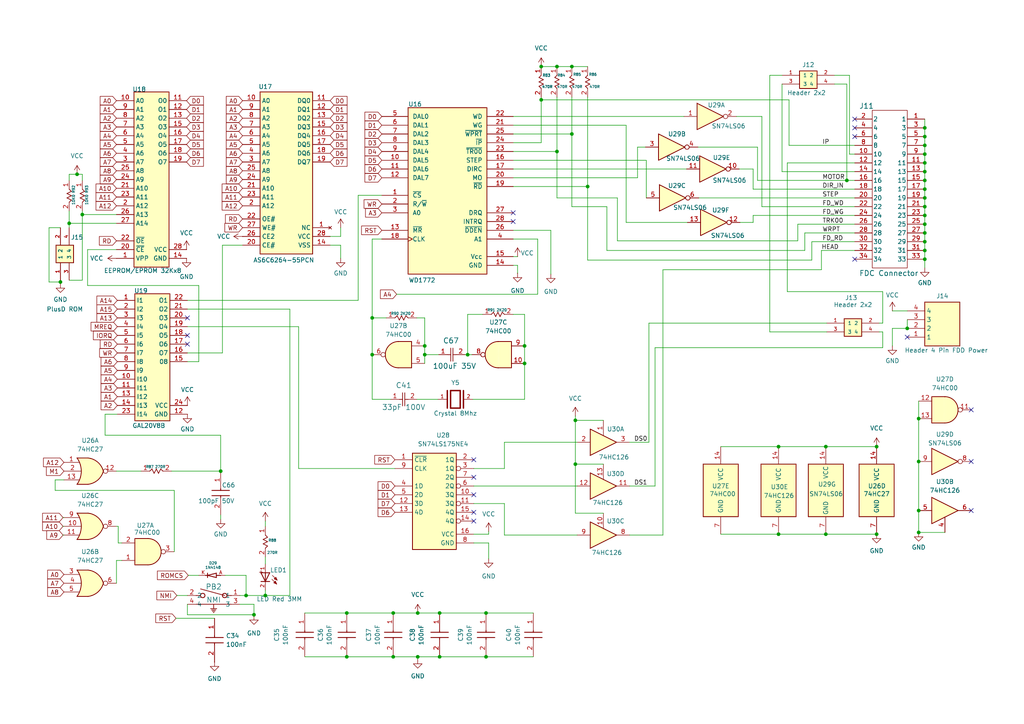
<source format=kicad_sch>
(kicad_sch (version 20250114) (generator "eeschema") (generator_version "9.0")
  (paper "A4")
  (lib_symbols
    (symbol "Max128_Issue5:1N4148" (pin_names (offset 1.016))
      (property "Reference" "D" (at -1.016 0.762 0))
      (property "Value" "1N4148" (at -2.286 -2.032 0))
      (symbol "1N4148_0_0"
        (pin passive line (at -3.81 0 0) (length 2.54) (name "~") (number "A"))
        (pin passive line (at 3.81 0 180) (length 2.54) (name "~") (number "K"))
      )
    )
    (symbol "Max128_Issue5:2-1825027-0" (pin_names (offset 0.254))
      (property "Reference" "SW" (at 7.62 3.81 0))
      (property "Value" "Switch 6x6 RA" (at 0 0 0))
      (symbol "2-1825027-0_0_1"
        (pin unspecified line (at 0 0 0) (length 2.54) (name "1") (number "1"))
        (pin unspecified line (at 0 -2.54 0) (length 2.54) (name "3") (number "3"))
        (pin unspecified line (at 15.24 0 180) (length 2.54) (name "2") (number "2"))
        (pin unspecified line (at 15.24 -2.54 180) (length 2.54) (name "4") (number "4"))
      )
    )
    (symbol "Max128_Issue5:35YXJ100M6.3X11" (pin_names (offset 0.254))
      (property "Reference" "C" (at 3.81 3.81 0))
      (property "Value" "100uF 35V" (at 3.81 -3.81 0))
      (property "Description" "Capacitor 100uF 35V" (at 3.81 -3.81 0))
      (symbol "35YXJ100M6.3X11_1_1"
        (pin unspecified line (at 0 0 0) (length 2.54) (name "") (number "1"))
        (pin unspecified line (at 7.62 0 180) (length 2.54) (name "") (number "2"))
      )
      (symbol "35YXJ100M6.3X11_1_2"
        (pin unspecified line (at 0 0 270) (length 2.54) (name "") (number "1"))
        (pin unspecified line (at 0 -7.62 90) (length 2.54) (name "") (number "2"))
      )
    )
    (symbol "Max128_Issue5:5103311-7" (pin_names (offset 0.254))
      (property "Reference" "J" (at -7.112 2.794 0))
      (property "Value" "Connector 17x2 RA" (at 0.762 1.27 0))
      (property "Description" "Connector 17x2 RA" (at 1.016 -0.762 0))
      (symbol "5103311-7_1_1"
        (pin unspecified line (at -10.16 -5.08 0) (length 5.08) (name "2") (number "2"))
        (pin unspecified line (at -10.16 -7.62 0) (length 5.08) (name "4") (number "4"))
        (pin unspecified line (at -10.16 -10.16 0) (length 5.08) (name "6") (number "6"))
        (pin unspecified line (at -10.16 -12.7 0) (length 5.08) (name "8") (number "8"))
        (pin unspecified line (at -10.16 -15.24 0) (length 5.08) (name "10") (number "10"))
        (pin unspecified line (at -10.16 -17.78 0) (length 5.08) (name "12") (number "12"))
        (pin unspecified line (at -10.16 -20.32 0) (length 5.08) (name "14") (number "14"))
        (pin unspecified line (at -10.16 -22.86 0) (length 5.08) (name "16") (number "16"))
        (pin unspecified line (at -10.16 -25.4 0) (length 5.08) (name "18") (number "18"))
        (pin unspecified line (at -10.16 -27.94 0) (length 5.08) (name "20") (number "20"))
        (pin unspecified line (at -10.16 -30.48 0) (length 5.08) (name "22") (number "22"))
        (pin unspecified line (at -10.16 -33.02 0) (length 5.08) (name "24") (number "24"))
        (pin unspecified line (at -10.16 -35.56 0) (length 5.08) (name "26") (number "26"))
        (pin unspecified line (at -10.16 -38.1 0) (length 5.08) (name "28") (number "28"))
        (pin unspecified line (at -10.16 -40.64 0) (length 5.08) (name "30") (number "30"))
        (pin unspecified line (at -10.16 -43.18 0) (length 5.08) (name "32") (number "32"))
        (pin unspecified line (at -10.16 -45.72 0) (length 5.08) (name "34") (number "34"))
        (pin unspecified line (at 10.16 -5.08 180) (length 5.08) (name "1") (number "1"))
        (pin unspecified line (at 10.16 -7.62 180) (length 5.08) (name "3") (number "3"))
        (pin unspecified line (at 10.16 -10.16 180) (length 5.08) (name "5") (number "5"))
        (pin unspecified line (at 10.16 -12.7 180) (length 5.08) (name "7") (number "7"))
        (pin unspecified line (at 10.16 -15.24 180) (length 5.08) (name "9") (number "9"))
        (pin unspecified line (at 10.16 -17.78 180) (length 5.08) (name "11") (number "11"))
        (pin unspecified line (at 10.16 -20.32 180) (length 5.08) (name "13") (number "13"))
        (pin unspecified line (at 10.16 -22.86 180) (length 5.08) (name "15") (number "15"))
        (pin unspecified line (at 10.16 -25.4 180) (length 5.08) (name "17") (number "17"))
        (pin unspecified line (at 10.16 -27.94 180) (length 5.08) (name "19") (number "19"))
        (pin unspecified line (at 10.16 -30.48 180) (length 5.08) (name "21") (number "21"))
        (pin unspecified line (at 10.16 -33.02 180) (length 5.08) (name "23") (number "23"))
        (pin unspecified line (at 10.16 -35.56 180) (length 5.08) (name "25") (number "25"))
        (pin unspecified line (at 10.16 -38.1 180) (length 5.08) (name "27") (number "27"))
        (pin unspecified line (at 10.16 -40.64 180) (length 5.08) (name "29") (number "29"))
        (pin unspecified line (at 10.16 -43.18 180) (length 5.08) (name "31") (number "31"))
        (pin unspecified line (at 10.16 -45.72 180) (length 5.08) (name "33") (number "33"))
      )
      (symbol "5103311-7_1_2"
        (pin unspecified line (at 0 0 0) (length 5.08) (name "1") (number "1"))
        (pin unspecified line (at 0 -2.54 0) (length 5.08) (name "2") (number "2"))
        (pin unspecified line (at 0 -5.08 0) (length 5.08) (name "3") (number "3"))
        (pin unspecified line (at 0 -7.62 0) (length 5.08) (name "4") (number "4"))
        (pin unspecified line (at 0 -10.16 0) (length 5.08) (name "5") (number "5"))
        (pin unspecified line (at 0 -12.7 0) (length 5.08) (name "6") (number "6"))
        (pin unspecified line (at 0 -15.24 0) (length 5.08) (name "7") (number "7"))
        (pin unspecified line (at 0 -17.78 0) (length 5.08) (name "8") (number "8"))
        (pin unspecified line (at 0 -20.32 0) (length 5.08) (name "9") (number "9"))
        (pin unspecified line (at 0 -22.86 0) (length 5.08) (name "10") (number "10"))
        (pin unspecified line (at 0 -25.4 0) (length 5.08) (name "11") (number "11"))
        (pin unspecified line (at 0 -27.94 0) (length 5.08) (name "12") (number "12"))
        (pin unspecified line (at 0 -30.48 0) (length 5.08) (name "13") (number "13"))
        (pin unspecified line (at 0 -33.02 0) (length 5.08) (name "14") (number "14"))
        (pin unspecified line (at 0 -35.56 0) (length 5.08) (name "15") (number "15"))
        (pin unspecified line (at 0 -38.1 0) (length 5.08) (name "16") (number "16"))
        (pin unspecified line (at 0 -40.64 0) (length 5.08) (name "17") (number "17"))
        (pin unspecified line (at 0 -43.18 0) (length 5.08) (name "18") (number "18"))
        (pin unspecified line (at 0 -45.72 0) (length 5.08) (name "19") (number "19"))
        (pin unspecified line (at 0 -48.26 0) (length 5.08) (name "20") (number "20"))
        (pin unspecified line (at 0 -50.8 0) (length 5.08) (name "21") (number "21"))
        (pin unspecified line (at 0 -53.34 0) (length 5.08) (name "22") (number "22"))
        (pin unspecified line (at 0 -55.88 0) (length 5.08) (name "23") (number "23"))
        (pin unspecified line (at 0 -58.42 0) (length 5.08) (name "24") (number "24"))
        (pin unspecified line (at 0 -60.96 0) (length 5.08) (name "25") (number "25"))
        (pin unspecified line (at 0 -63.5 0) (length 5.08) (name "26") (number "26"))
        (pin unspecified line (at 0 -66.04 0) (length 5.08) (name "27") (number "27"))
        (pin unspecified line (at 0 -68.58 0) (length 5.08) (name "28") (number "28"))
        (pin unspecified line (at 0 -71.12 0) (length 5.08) (name "29") (number "29"))
        (pin unspecified line (at 0 -73.66 0) (length 5.08) (name "30") (number "30"))
        (pin unspecified line (at 0 -76.2 0) (length 5.08) (name "31") (number "31"))
        (pin unspecified line (at 0 -78.74 0) (length 5.08) (name "32") (number "32"))
        (pin unspecified line (at 0 -81.28 0) (length 5.08) (name "33") (number "33"))
        (pin unspecified line (at 0 -83.82 0) (length 5.08) (name "34") (number "34"))
      )
    )
    (symbol "Max128_Issue5:74HC00" (pin_names (offset 1.016))
      (property "Reference" "U" (at -2.54 5.08 0))
      (property "Value" "74HC00" (at 0 -5.08 0))
      (symbol "74HC00_1_1"
        (pin input line (at -7.62 2.54 0) (length 3.81) (name "~") (number "1"))
        (pin input line (at -7.62 -2.54 0) (length 3.81) (name "~") (number "2"))
        (pin output inverted (at 7.62 0 180) (length 3.81) (name "~") (number "3"))
      )
      (symbol "74HC00_1_2"
        (pin input inverted (at -7.62 2.54 0) (length 4.318) (name "~") (number "1"))
        (pin input inverted (at -7.62 -2.54 0) (length 4.318) (name "~") (number "2"))
        (pin output line (at 7.62 0 180) (length 3.81) (name "~") (number "3"))
      )
      (symbol "74HC00_2_1"
        (pin input line (at -7.62 2.54 0) (length 3.81) (name "~") (number "4"))
        (pin input line (at -7.62 -2.54 0) (length 3.81) (name "~") (number "5"))
        (pin output inverted (at 7.62 0 180) (length 3.81) (name "~") (number "6"))
      )
      (symbol "74HC00_2_2"
        (pin input inverted (at -7.62 2.54 0) (length 4.318) (name "~") (number "4"))
        (pin input inverted (at -7.62 -2.54 0) (length 4.318) (name "~") (number "5"))
        (pin output line (at 7.62 0 180) (length 3.81) (name "~") (number "6"))
      )
      (symbol "74HC00_3_1"
        (pin input line (at -7.62 2.54 0) (length 3.81) (name "~") (number "9"))
        (pin input line (at -7.62 -2.54 0) (length 3.81) (name "~") (number "10"))
        (pin output inverted (at 7.62 0 180) (length 3.81) (name "~") (number "8"))
      )
      (symbol "74HC00_3_2"
        (pin input inverted (at -7.62 2.54 0) (length 4.318) (name "~") (number "9"))
        (pin input inverted (at -7.62 -2.54 0) (length 4.318) (name "~") (number "10"))
        (pin output line (at 7.62 0 180) (length 3.81) (name "~") (number "8"))
      )
      (symbol "74HC00_4_1"
        (pin input line (at -7.62 2.54 0) (length 3.81) (name "~") (number "12"))
        (pin input line (at -7.62 -2.54 0) (length 3.81) (name "~") (number "13"))
        (pin output inverted (at 7.62 0 180) (length 3.81) (name "~") (number "11"))
      )
      (symbol "74HC00_4_2"
        (pin input inverted (at -7.62 2.54 0) (length 4.318) (name "~") (number "12"))
        (pin input inverted (at -7.62 -2.54 0) (length 4.318) (name "~") (number "13"))
        (pin output line (at 7.62 0 180) (length 3.81) (name "~") (number "11"))
      )
      (symbol "74HC00_5_0"
        (pin power_in line (at 0 12.7 270) (length 5.08) (name "VCC") (number "14"))
        (pin power_in line (at 0 -12.7 90) (length 5.08) (name "GND") (number "7"))
      )
    )
    (symbol "Max128_Issue5:74HC126" (pin_names (offset 1.016))
      (property "Reference" "U" (at -2.54 5.08 0))
      (property "Value" "74HC126" (at 6.985 5.08 0))
      (symbol "74HC126_1_0"
        (pin input line (at 0 -6.35 90) (length 4.445) (name "~") (number "1"))
      )
      (symbol "74HC126_1_1"
        (pin input line (at -7.62 0 0) (length 3.81) (name "~") (number "2"))
        (pin tri_state line (at 7.62 0 180) (length 3.81) (name "~") (number "3"))
      )
      (symbol "74HC126_1_2"
        (pin input inverted (at -7.62 0 0) (length 3.81) (name "") (number "2"))
        (pin tri_state inverted (at 7.62 0 180) (length 3.81) (name "") (number "3"))
      )
      (symbol "74HC126_2_0"
        (pin input line (at 0 -6.35 90) (length 4.445) (name "~") (number "4"))
      )
      (symbol "74HC126_2_1"
        (pin input line (at -7.62 0 0) (length 3.81) (name "~") (number "5"))
        (pin tri_state line (at 7.62 0 180) (length 3.81) (name "~") (number "6"))
      )
      (symbol "74HC126_2_2"
        (pin input inverted (at -7.62 0 0) (length 3.81) (name "~") (number "5"))
        (pin tri_state inverted (at 7.62 0 180) (length 3.81) (name "") (number "6"))
      )
      (symbol "74HC126_3_0"
        (pin input line (at 0 -6.35 90) (length 4.445) (name "~") (number "10"))
      )
      (symbol "74HC126_3_1"
        (pin input line (at -7.62 0 0) (length 3.81) (name "~") (number "9"))
        (pin tri_state line (at 7.62 0 180) (length 3.81) (name "~") (number "8"))
      )
      (symbol "74HC126_3_2"
        (pin input inverted (at -7.62 0 0) (length 3.81) (name "") (number "9"))
        (pin tri_state inverted (at 7.62 0 180) (length 3.81) (name "") (number "8"))
      )
      (symbol "74HC126_4_0"
        (pin input line (at 0 -6.35 90) (length 4.445) (name "~") (number "13"))
      )
      (symbol "74HC126_4_1"
        (pin input line (at -7.62 0 0) (length 3.81) (name "~") (number "12"))
        (pin tri_state line (at 7.62 0 180) (length 3.81) (name "~") (number "11"))
      )
      (symbol "74HC126_4_2"
        (pin input inverted (at -7.62 0 0) (length 3.81) (name "") (number "12"))
        (pin tri_state inverted (at 7.62 0 180) (length 3.81) (name "") (number "11"))
      )
      (symbol "74HC126_5_0"
        (pin power_in line (at 0 12.7 270) (length 5.08) (name "VCC") (number "14"))
        (pin power_in line (at 0 -12.7 90) (length 5.08) (name "GND") (number "7"))
      )
    )
    (symbol "Max128_Issue5:74HC27" (pin_names (offset 1.016))
      (property "Reference" "U" (at -2.54 5.08 0))
      (property "Value" "74HC27" (at 0 -5.08 0))
      (symbol "74HC27_1_1"
        (pin input line (at -7.62 2.54 0) (length 4.318) (name "~") (number "1"))
        (pin input line (at -7.62 0 0) (length 4.953) (name "~") (number "2"))
        (pin input line (at -7.62 -2.54 0) (length 4.318) (name "~") (number "13"))
        (pin output inverted (at 7.62 0 180) (length 3.81) (name "~") (number "12"))
      )
      (symbol "74HC27_1_2"
        (pin input inverted (at -7.62 2.54 0) (length 3.81) (name "~") (number "1"))
        (pin input inverted (at -7.62 0 0) (length 3.81) (name "~") (number "2"))
        (pin input inverted (at -7.62 -2.54 0) (length 3.81) (name "~") (number "13"))
        (pin output line (at 7.62 0 180) (length 3.81) (name "~") (number "12"))
      )
      (symbol "74HC27_2_1"
        (pin input line (at -7.62 2.54 0) (length 4.318) (name "~") (number "3"))
        (pin input line (at -7.62 0 0) (length 4.953) (name "~") (number "4"))
        (pin input line (at -7.62 -2.54 0) (length 4.318) (name "~") (number "5"))
        (pin output inverted (at 7.62 0 180) (length 3.81) (name "~") (number "6"))
      )
      (symbol "74HC27_2_2"
        (pin input inverted (at -7.62 2.54 0) (length 3.81) (name "~") (number "3"))
        (pin input inverted (at -7.62 0 0) (length 3.81) (name "~") (number "4"))
        (pin input inverted (at -7.62 -2.54 0) (length 3.81) (name "~") (number "5"))
        (pin output line (at 7.62 0 180) (length 3.81) (name "~") (number "6"))
      )
      (symbol "74HC27_3_1"
        (pin input line (at -7.62 2.54 0) (length 4.318) (name "~") (number "9"))
        (pin input line (at -7.62 0 0) (length 4.953) (name "~") (number "10"))
        (pin input line (at -7.62 -2.54 0) (length 4.318) (name "~") (number "11"))
        (pin output inverted (at 7.62 0 180) (length 3.81) (name "~") (number "8"))
      )
      (symbol "74HC27_3_2"
        (pin input inverted (at -7.62 2.54 0) (length 3.81) (name "~") (number "9"))
        (pin input inverted (at -7.62 0 0) (length 3.81) (name "~") (number "10"))
        (pin input inverted (at -7.62 -2.54 0) (length 3.81) (name "~") (number "11"))
        (pin output line (at 7.62 0 180) (length 3.81) (name "~") (number "8"))
      )
      (symbol "74HC27_4_0"
        (pin power_in line (at 0 12.7 270) (length 5.08) (name "VCC") (number "14"))
        (pin power_in line (at 0 -12.7 90) (length 5.08) (name "GND") (number "7"))
      )
    )
    (symbol "Max128_Issue5:AS6C6264-55PCN"
      (property "Reference" "U" (at 21.59 7.62 0))
      (property "Value" "AS6C6264-55PCN" (at 21.59 5.08 0))
      (property "Description" "SRAM 64Kx8" (at 12.192 3.81 0))
      (symbol "AS6C6264-55PCN_1_1"
        (pin passive line (at 0 0 0) (length 5.08) (name "A0") (number "10"))
        (pin passive line (at 0 -2.54 0) (length 5.08) (name "A1") (number "9"))
        (pin passive line (at 0 -5.08 0) (length 5.08) (name "A2") (number "8"))
        (pin passive line (at 0 -7.62 0) (length 5.08) (name "A3") (number "7"))
        (pin passive line (at 0 -10.16 0) (length 5.08) (name "A4") (number "6"))
        (pin passive line (at 0 -12.7 0) (length 5.08) (name "A5") (number "5"))
        (pin passive line (at 0 -15.24 0) (length 5.08) (name "A6") (number "4"))
        (pin passive line (at 0 -17.78 0) (length 5.08) (name "A7") (number "3"))
        (pin passive line (at 0 -20.32 0) (length 5.08) (name "A8") (number "25"))
        (pin passive line (at 0 -22.86 0) (length 5.08) (name "A9") (number "24"))
        (pin passive line (at 0 -25.4 0) (length 5.08) (name "A10") (number "21"))
        (pin passive line (at 0 -27.94 0) (length 5.08) (name "A11") (number "23"))
        (pin passive line (at 0 -30.48 0) (length 5.08) (name "A12") (number "2"))
        (pin passive line (at 0 -34.29 0) (length 5.08) (name "OE#") (number "22"))
        (pin passive line (at 0 -36.83 0) (length 5.08) (name "WE#") (number "27"))
        (pin passive line (at 0 -39.37 0) (length 5.08) (name "CE2") (number "26"))
        (pin passive line (at 0 -41.91 0) (length 5.08) (name "CE#") (number "20"))
        (pin passive line (at 25.4 0 180) (length 5.08) (name "DQ0") (number "11"))
        (pin passive line (at 25.4 -2.54 180) (length 5.08) (name "DQ1") (number "12"))
        (pin passive line (at 25.4 -5.08 180) (length 5.08) (name "DQ2") (number "13"))
        (pin passive line (at 25.4 -7.62 180) (length 5.08) (name "DQ3") (number "15"))
        (pin passive line (at 25.4 -10.16 180) (length 5.08) (name "DQ4") (number "16"))
        (pin passive line (at 25.4 -12.7 180) (length 5.08) (name "DQ5") (number "17"))
        (pin passive line (at 25.4 -15.24 180) (length 5.08) (name "DQ6") (number "18"))
        (pin passive line (at 25.4 -17.78 180) (length 5.08) (name "DQ7") (number "19"))
        (pin no_connect line (at 25.4 -36.83 180) (length 5.08) (name "NC") (number "1"))
        (pin passive line (at 25.4 -39.37 180) (length 5.08) (name "VCC") (number "28"))
        (pin passive line (at 25.4 -41.91 180) (length 5.08) (name "VSS") (number "14"))
      )
    )
    (symbol "Max128_Issue5:AT27C256R-45PU"
      (property "Reference" "U" (at 8.89 8.382 0))
      (property "Value" "EEPROM/EPROM 32Kx8" (at -1.27 4.572 0))
      (symbol "AT27C256R-45PU_1_1"
        (pin passive line (at 0 0 0) (length 5.08) (name "A0") (number "10"))
        (pin passive line (at 0 -2.54 0) (length 5.08) (name "A1") (number "9"))
        (pin passive line (at 0 -5.08 0) (length 5.08) (name "A2") (number "8"))
        (pin passive line (at 0 -7.62 0) (length 5.08) (name "A3") (number "7"))
        (pin passive line (at 0 -10.16 0) (length 5.08) (name "A4") (number "6"))
        (pin passive line (at 0 -12.7 0) (length 5.08) (name "A5") (number "5"))
        (pin passive line (at 0 -15.24 0) (length 5.08) (name "A6") (number "4"))
        (pin passive line (at 0 -17.78 0) (length 5.08) (name "A7") (number "3"))
        (pin passive line (at 0 -20.32 0) (length 5.08) (name "A8") (number "25"))
        (pin passive line (at 0 -22.86 0) (length 5.08) (name "A9") (number "24"))
        (pin passive line (at 0 -25.4 0) (length 5.08) (name "A10") (number "21"))
        (pin passive line (at 0 -27.94 0) (length 5.08) (name "A11") (number "23"))
        (pin passive line (at 0 -30.48 0) (length 5.08) (name "A12") (number "2"))
        (pin passive line (at 0 -33.02 0) (length 5.08) (name "A13") (number "26"))
        (pin passive line (at 0 -35.56 0) (length 5.08) (name "A14") (number "27"))
        (pin passive line (at 0 -40.64 0) (length 5.08) (name "~{OE}") (number "22"))
        (pin passive line (at 0 -43.18 0) (length 5.08) (name "~{CE}") (number "20"))
        (pin passive line (at 0 -45.72 0) (length 5.08) (name "VPP") (number "1"))
        (pin passive line (at 20.32 0 180) (length 5.08) (name "O0") (number "11"))
        (pin passive line (at 20.32 -2.54 180) (length 5.08) (name "O1") (number "12"))
        (pin passive line (at 20.32 -5.08 180) (length 5.08) (name "O2") (number "13"))
        (pin passive line (at 20.32 -7.62 180) (length 5.08) (name "O3") (number "15"))
        (pin passive line (at 20.32 -10.16 180) (length 5.08) (name "O4") (number "16"))
        (pin passive line (at 20.32 -12.7 180) (length 5.08) (name "O5") (number "17"))
        (pin passive line (at 20.32 -15.24 180) (length 5.08) (name "O6") (number "18"))
        (pin passive line (at 20.32 -17.78 180) (length 5.08) (name "O7") (number "19"))
        (pin passive line (at 20.32 -43.18 180) (length 5.08) (name "VCC") (number "28"))
        (pin passive line (at 20.32 -45.72 180) (length 5.08) (name "GND") (number "14"))
      )
    )
    (symbol "Max128_Issue5:ATS08A-E" (pin_names (offset 1.016))
      (property "Reference" "Y" (at -5.0878 3.8159 0))
      (property "Value" "Crystal 8Mhz" (at -5.0944 -5.0944 0))
      (property "Description" "Crystal 8Mhz" (at -5.0944 -5.0944 0))
      (symbol "ATS08A-E_0_0"
        (pin passive line (at -5.08 0 0) (length 2.54) (name "~") (number "1"))
        (pin passive line (at 5.08 0 180) (length 2.54) (name "~") (number "2"))
      )
    )
    (symbol "Max128_Issue5:CF14JT10K0" (pin_names (offset 0.254))
      (property "Reference" "R" (at 3.048 1.27 0))
      (property "Value" "10K0" (at 6.858 1.27 0))
      (symbol "CF14JT10K0_1_1"
        (pin unspecified line (at 1.27 0 0) (length 2.54) (name "") (number "1"))
        (pin unspecified line (at 10.16 0 180) (length 2.54) (name "") (number "2"))
      )
      (symbol "CF14JT10K0_1_2"
        (pin unspecified line (at 0 12.7 270) (length 2.54) (name "") (number "1"))
        (pin unspecified line (at 0 0 90) (length 2.54) (name "") (number "2"))
      )
    )
    (symbol "Max128_Issue5:CF14JT270R" (pin_names (offset 0.254))
      (property "Reference" "R" (at 3.048 1.27 0))
      (property "Value" "270R" (at 6.858 1.27 0))
      (symbol "CF14JT270R_1_1"
        (pin unspecified line (at 1.27 0 0) (length 2.54) (name "") (number "1"))
        (pin unspecified line (at 10.16 0 180) (length 2.54) (name "") (number "2"))
      )
      (symbol "CF14JT270R_1_2"
        (pin unspecified line (at 0 12.7 270) (length 2.54) (name "") (number "1"))
        (pin unspecified line (at 0 0 90) (length 2.54) (name "") (number "2"))
      )
    )
    (symbol "Max128_Issue5:CF14JT2K20" (pin_names (offset 0.254))
      (property "Reference" "R" (at 3.048 1.27 0))
      (property "Value" "2K20" (at 6.858 1.27 0))
      (symbol "CF14JT2K20_1_1"
        (pin unspecified line (at 1.27 0 0) (length 2.54) (name "") (number "1"))
        (pin unspecified line (at 10.16 0 180) (length 2.54) (name "") (number "2"))
      )
      (symbol "CF14JT2K20_1_2"
        (pin unspecified line (at 0 12.7 270) (length 2.54) (name "") (number "1"))
        (pin unspecified line (at 0 0 90) (length 2.54) (name "") (number "2"))
      )
    )
    (symbol "Max128_Issue5:CF14JT470R" (pin_names (offset 0.254))
      (property "Reference" "R" (at 3.048 1.27 0))
      (property "Value" "470R" (at 6.858 1.27 0))
      (symbol "CF14JT470R_1_1"
        (pin unspecified line (at 1.27 0 0) (length 2.54) (name "") (number "1"))
        (pin unspecified line (at 10.16 0 180) (length 2.54) (name "") (number "2"))
      )
      (symbol "CF14JT470R_1_2"
        (pin unspecified line (at 0 12.7 270) (length 2.54) (name "") (number "1"))
        (pin unspecified line (at 0 0 90) (length 2.54) (name "") (number "2"))
      )
    )
    (symbol "Max128_Issue5:GAL20V8B"
      (property "Reference" "U" (at 8.89 8.89 0))
      (property "Value" "GAL20V8B" (at 5.08 10.922 0))
      (symbol "GAL20V8B_1_1"
        (pin passive line (at 0 5.08 0) (length 5.08) (name "I1") (number "1"))
        (pin passive line (at 0 2.54 0) (length 5.08) (name "I2") (number "2"))
        (pin passive line (at 0 0 0) (length 5.08) (name "I3") (number "3"))
        (pin passive line (at 0 -2.54 0) (length 5.08) (name "I4") (number "4"))
        (pin passive line (at 0 -5.08 0) (length 5.08) (name "I5") (number "5"))
        (pin passive line (at 0 -7.62 0) (length 5.08) (name "I6") (number "6"))
        (pin passive line (at 0 -10.16 0) (length 5.08) (name "I7") (number "7"))
        (pin passive line (at 0 -12.7 0) (length 5.08) (name "I8") (number "8"))
        (pin passive line (at 0 -15.24 0) (length 5.08) (name "I9") (number "9"))
        (pin passive line (at 0 -17.78 0) (length 5.08) (name "I10") (number "10"))
        (pin passive line (at 0 -20.32 0) (length 5.08) (name "I11") (number "11"))
        (pin passive line (at 0 -22.86 0) (length 5.08) (name "I12") (number "13"))
        (pin passive line (at 0 -25.4 0) (length 5.08) (name "I13") (number "14"))
        (pin passive line (at 0 -27.94 0) (length 5.08) (name "I14") (number "23"))
        (pin passive line (at 20.32 5.08 180) (length 5.08) (name "O1") (number "22"))
        (pin passive line (at 20.32 2.54 180) (length 5.08) (name "O2") (number "21"))
        (pin passive line (at 20.32 0 180) (length 5.08) (name "O3") (number "20"))
        (pin passive line (at 20.32 -2.54 180) (length 5.08) (name "O4") (number "19"))
        (pin passive line (at 20.32 -5.08 180) (length 5.08) (name "O5") (number "18"))
        (pin passive line (at 20.32 -7.62 180) (length 5.08) (name "O6") (number "17"))
        (pin passive line (at 20.32 -10.16 180) (length 5.08) (name "O7") (number "16"))
        (pin passive line (at 20.32 -12.7 180) (length 5.08) (name "08") (number "15"))
        (pin passive line (at 20.32 -25.4 180) (length 5.08) (name "VCC") (number "24"))
        (pin passive line (at 20.32 -27.94 180) (length 5.08) (name "GND") (number "12"))
      )
    )
    (symbol "Max128_Issue5:K101J15C0GF53L2" (pin_names (hide yes))
      (property "Reference" "C" (at 8.89 6.35 0))
      (property "Value" "100pF 50V" (at 8.89 3.81 0))
      (property "Description" "Capacitor 100pF 50V" (at 8.89 3.81 0))
      (symbol "K101J15C0GF53L2_1_1"
        (pin passive line (at 0 0 0) (length 5.08) (name "1") (number "1"))
        (pin passive line (at 12.7 0 180) (length 5.08) (name "2") (number "2"))
      )
    )
    (symbol "Max128_Issue5:K104Z15Y5VF5TL2" (pin_names (hide yes))
      (property "Reference" "C" (at 8.89 6.35 0))
      (property "Value" "K104Z15Y5VF5TL2" (at 8.89 3.81 0))
      (symbol "K104Z15Y5VF5TL2_1_1"
        (pin passive line (at 0 0 0) (length 5.08) (name "+") (number "1"))
        (pin passive line (at 12.7 0 180) (length 5.08) (name "-") (number "2"))
      )
    )
    (symbol "Max128_Issue5:K330J10C0GH5TL2" (pin_names (offset 0.254))
      (property "Reference" "C" (at 3.81 3.81 0))
      (property "Value" "33pF 100V" (at 3.81 -3.81 0))
      (property "Description" "Capacitor 33pF 100V" (at 3.81 -3.81 0))
      (symbol "K330J10C0GH5TL2_1_1"
        (pin unspecified line (at 0 0 0) (length 2.54) (name "") (number "1"))
        (pin unspecified line (at 7.62 0 180) (length 2.54) (name "") (number "2"))
      )
      (symbol "K330J10C0GH5TL2_1_2"
        (pin unspecified line (at 0 0 270) (length 2.54) (name "") (number "1"))
        (pin unspecified line (at 0 -7.62 90) (length 2.54) (name "") (number "2"))
      )
    )
    (symbol "Max128_Issue5:PH2-04-UA" (pin_names (offset 1.016))
      (property "Reference" "J" (at -1.778 3.048 0))
      (property "Value" "Header 2x2" (at -5.588 -4.318 0))
      (property "Description" "Header 2x2" (at -5.588 -4.318 0))
      (symbol "PH2-04-UA_0_0"
        (pin passive line (at -7.62 1.27 0) (length 5.08) (name "1") (number "1"))
        (pin passive line (at -7.62 -1.27 0) (length 5.08) (name "3") (number "3"))
        (pin passive line (at 7.62 1.27 180) (length 5.08) (name "2") (number "2"))
        (pin passive line (at 7.62 -1.27 180) (length 5.08) (name "4") (number "4"))
      )
    )
    (symbol "Max128_Issue5:SN74LS06"
      (property "Reference" "U" (at 0 1.27 0))
      (property "Value" "SN74LS06" (at 0 -1.27 0))
      (symbol "SN74LS06_1_0"
        (pin input line (at -7.62 0 0) (length 3.81) (name "~") (number "1"))
        (pin output inverted (at 7.62 0 180) (length 3.81) (name "~") (number "2"))
      )
      (symbol "SN74LS06_2_0"
        (pin input line (at -7.62 0 0) (length 3.81) (name "~") (number "3"))
        (pin output inverted (at 7.62 0 180) (length 3.81) (name "~") (number "4"))
      )
      (symbol "SN74LS06_3_0"
        (pin input line (at -7.62 0 0) (length 3.81) (name "~") (number "5"))
        (pin output inverted (at 7.62 0 180) (length 3.81) (name "~") (number "6"))
      )
      (symbol "SN74LS06_4_0"
        (pin input line (at -7.62 0 0) (length 3.81) (name "~") (number "9"))
        (pin output inverted (at 7.62 0 180) (length 3.81) (name "~") (number "8"))
      )
      (symbol "SN74LS06_5_0"
        (pin input line (at -7.62 0 0) (length 3.81) (name "~") (number "11"))
        (pin output inverted (at 7.62 0 180) (length 3.81) (name "~") (number "10"))
      )
      (symbol "SN74LS06_6_0"
        (pin input line (at -7.62 0 0) (length 3.81) (name "~") (number "13"))
        (pin output inverted (at 7.62 0 180) (length 3.81) (name "~") (number "12"))
      )
      (symbol "SN74LS06_7_0"
        (pin power_in line (at 0 12.7 270) (length 5.08) (name "VCC") (number "14"))
        (pin power_in line (at 0 -12.7 90) (length 5.08) (name "GND") (number "7"))
      )
    )
    (symbol "Max128_Issue5:SN74LS175NE4"
      (property "Reference" "IC" (at 24.13 7.62 0))
      (property "Value" "SN74LS175NE4" (at 24.13 5.08 0))
      (symbol "SN74LS175NE4_1_1"
        (pin passive line (at 0 0 0) (length 5.08) (name "~{CLR}") (number "1"))
        (pin passive line (at 0 -2.54 0) (length 5.08) (name "CLK") (number "9"))
        (pin passive line (at 0 -7.62 0) (length 5.08) (name "1D") (number "4"))
        (pin passive line (at 0 -10.16 0) (length 5.08) (name "2D") (number "5"))
        (pin passive line (at 0 -12.7 0) (length 5.08) (name "3D") (number "12"))
        (pin passive line (at 0 -15.24 0) (length 5.08) (name "4D") (number "13"))
        (pin passive line (at 22.86 0 180) (length 5.08) (name "1Q") (number "2"))
        (pin passive inverted (at 22.86 -2.54 180) (length 5.08) (name "1Q") (number "3"))
        (pin passive line (at 22.86 -5.08 180) (length 5.08) (name "2Q") (number "7"))
        (pin passive inverted (at 22.86 -7.62 180) (length 5.08) (name "2Q") (number "6"))
        (pin passive line (at 22.86 -10.16 180) (length 5.08) (name "3Q") (number "10"))
        (pin passive inverted (at 22.86 -12.7 180) (length 5.08) (name "3Q") (number "11"))
        (pin passive line (at 22.86 -15.24 180) (length 5.08) (name "4Q") (number "15"))
        (pin passive inverted (at 22.86 -17.78 180) (length 5.08) (name "4Q") (number "14"))
        (pin passive line (at 22.86 -21.59 180) (length 5.08) (name "VCC") (number "16"))
        (pin passive line (at 22.86 -24.13 180) (length 5.08) (name "GND") (number "8"))
      )
    )
    (symbol "Max128_Issue5:SWR25X-NRTC-S04-RB-BA"
      (property "Reference" "J" (at 16.51 7.62 0))
      (property "Value" "Header 4 Pin FDD Power" (at 16.51 5.08 0))
      (property "Description" "Header 4 Pin FDD Power" (at 16.51 5.08 0))
      (symbol "SWR25X-NRTC-S04-RB-BA_1_1"
        (pin passive line (at 0 0 0) (length 5.08) (name "1") (number "1"))
        (pin passive line (at 0 -2.54 0) (length 5.08) (name "2") (number "2"))
        (pin passive line (at 0 -5.08 0) (length 5.08) (name "3") (number "3"))
        (pin passive line (at 0 -7.62 0) (length 5.08) (name "4") (number "4"))
      )
    )
    (symbol "Max128_Issue5:WD1772" (pin_names (offset 1.27))
      (property "Reference" "U16" (at -12.192 44.45 0))
      (property "Value" "WD1772" (at -11.684 -6.604 0))
      (symbol "WD1772_0_0"
        (pin bidirectional line (at -20.32 40.64 0) (length 7.62) (name "DAL0") (number "5"))
        (pin bidirectional line (at -20.32 38.1 0) (length 7.62) (name "DAL1") (number "6"))
        (pin bidirectional line (at -20.32 35.56 0) (length 7.62) (name "DAL2") (number "7"))
        (pin bidirectional line (at -20.32 33.02 0) (length 7.62) (name "DAL3") (number "8"))
        (pin bidirectional line (at -20.32 30.48 0) (length 7.62) (name "DAL4") (number "9"))
        (pin bidirectional line (at -20.32 27.94 0) (length 7.62) (name "DAL5") (number "10"))
        (pin bidirectional line (at -20.32 25.4 0) (length 7.62) (name "DAL6") (number "11"))
        (pin bidirectional line (at -20.32 22.86 0) (length 7.62) (name "DAL7") (number "12"))
        (pin input line (at -20.32 17.78 0) (length 7.62) (name "~{CS}") (number "1"))
        (pin input line (at -20.32 15.24 0) (length 7.62) (name "R/~{W}") (number "2"))
        (pin input line (at -20.32 12.7 0) (length 7.62) (name "A0") (number "3"))
        (pin input line (at -20.32 7.62 0) (length 7.62) (name "~{MR}") (number "13"))
        (pin input clock (at -20.32 5.08 0) (length 7.62) (name "CLK") (number "18"))
        (pin output line (at 17.78 40.64 180) (length 7.62) (name "WD") (number "22"))
        (pin output line (at 17.78 38.1 180) (length 7.62) (name "WG") (number "21"))
        (pin input line (at 17.78 35.56 180) (length 7.62) (name "~{WPRT}") (number "25"))
        (pin input line (at 17.78 33.02 180) (length 7.62) (name "~{IP}") (number "24"))
        (pin input line (at 17.78 30.48 180) (length 7.62) (name "~{TR00}") (number "23"))
        (pin output line (at 17.78 27.94 180) (length 7.62) (name "STEP") (number "16"))
        (pin output line (at 17.78 25.4 180) (length 7.62) (name "DIRC") (number "17"))
        (pin output line (at 17.78 22.86 180) (length 7.62) (name "MO") (number "20"))
        (pin input line (at 17.78 20.32 180) (length 7.62) (name "~{RD}") (number "19"))
        (pin output line (at 17.78 12.7 180) (length 7.62) (name "DRQ") (number "27"))
        (pin output line (at 17.78 10.16 180) (length 7.62) (name "INTRQ") (number "28"))
        (pin input line (at 17.78 7.62 180) (length 7.62) (name "~{DDEN}") (number "26"))
        (pin input line (at 17.78 5.08 180) (length 7.62) (name "A1") (number "4"))
        (pin power_in line (at 17.78 0 180) (length 7.62) (name "Vcc") (number "15"))
        (pin power_in line (at 17.78 -2.54 180) (length 7.62) (name "GND") (number "14"))
      )
    )
    (symbol "Max128_Issue5:WL-TMRC_3MM" (pin_names (offset 1.016))
      (property "Reference" "D" (at -1.396 4.072 0))
      (property "Value" "LED Red 3MM" (at -1.652 -3.436 0))
      (property "Description" "LED Red 3MM" (at -1.652 -3.436 0))
      (symbol "WL-TMRC_3MM_0_0"
        (text "+" (at -3.58 -1.34 0) (effects (font (size 1.27 1.27)) (justify left)))
        (pin passive line (at -5.08 0 0) (length 2.54) (name "~") (number "1"))
        (pin passive line (at 2.54 0 180) (length 2.54) (name "~") (number "2"))
      )
    )
    (symbol "power:GND" (power) (pin_numbers (hide yes)) (pin_names (offset 0) (hide yes))
      (property "Value" "GND" (at 0 -3.81 0))
      (symbol "GND_1_1"
        (pin power_in line (at 0 0 270) (length 0) (name "~") (number "1"))
      )
    )
    (symbol "power:VCC" (power) (pin_numbers (hide yes)) (pin_names (offset 0) (hide yes))
      (property "Value" "VCC" (at 0 3.556 0))
      (symbol "VCC_1_1"
        (pin power_in line (at 0 0 90) (length 0) (name "~") (number "1"))
      )
    )
  )
  (junction (at 161.544 43.942))
  (junction (at 263.144 95.25))
  (junction (at 268.224 57.404))
  (junction (at 64.008 136.652))
  (junction (at 166.878 134.62))
  (junction (at 100.584 190.5))
  (junction (at 239.522 129.54))
  (junction (at 239.522 154.94))
  (junction (at 135.636 102.87))
  (junction (at 268.224 52.324))
  (junction (at 170.434 54.102))
  (junction (at 268.224 75.184))
  (junction (at 114.046 190.5))
  (junction (at 140.97 190.5))
  (junction (at 165.862 19.304))
  (junction (at 127.508 190.5))
  (junction (at 100.584 177.8))
  (junction (at 107.95 92.202))
  (junction (at 266.446 133.858))
  (junction (at 268.224 67.564))
  (junction (at 245.618 52.324))
  (junction (at 20.066 64.77))
  (junction (at 266.446 121.412))
  (junction (at 254.254 154.94))
  (junction (at 17.526 81.788))
  (junction (at 127.508 177.8))
  (junction (at 23.876 62.23))
  (junction (at 268.224 49.784))
  (junction (at 121.158 177.8))
  (junction (at 254.254 129.54))
  (junction (at 268.224 65.024))
  (junction (at 225.806 154.94))
  (junction (at 268.224 72.644))
  (junction (at 165.862 38.862))
  (junction (at 268.224 39.624))
  (junction (at 156.972 19.304))
  (junction (at 123.19 102.87))
  (junction (at 266.446 154.432))
  (junction (at 114.046 177.8))
  (junction (at 166.878 121.92))
  (junction (at 121.158 190.5))
  (junction (at 225.806 129.54))
  (junction (at 71.374 172.72))
  (junction (at 268.224 42.164))
  (junction (at 268.224 62.484))
  (junction (at 268.224 59.944))
  (junction (at 268.224 70.104))
  (junction (at 22.352 50.546))
  (junction (at 268.224 54.864))
  (junction (at 76.962 172.72))
  (junction (at 266.446 148.082))
  (junction (at 152.146 105.41))
  (junction (at 107.95 102.87))
  (junction (at 123.19 100.33))
  (junction (at 268.224 44.704))
  (junction (at 140.97 177.8))
  (junction (at 156.972 28.956))
  (junction (at 161.544 19.304))
  (junction (at 73.66 178.308))
  (junction (at 268.224 47.244))
  (junction (at 152.146 100.33))
  (junction (at 268.224 37.084))
  (no_connect (at 247.904 34.544))
  (no_connect (at 137.414 148.59))
  (no_connect (at 137.414 143.51))
  (no_connect (at 247.904 37.084))
  (no_connect (at 148.844 61.722))
  (no_connect (at 54.356 99.822))
  (no_connect (at 281.686 148.082))
  (no_connect (at 281.686 133.858))
  (no_connect (at 137.414 151.13))
  (no_connect (at 148.844 64.262))
  (no_connect (at 54.356 92.202))
  (no_connect (at 247.904 39.624))
  (no_connect (at 137.414 133.35))
  (no_connect (at 263.144 97.79))
  (no_connect (at 247.904 75.184))
  (no_connect (at 281.686 118.872))
  (no_connect (at 137.414 138.43))
  (no_connect (at 54.356 97.282))
  (wire (pts (xy 202.692 57.404) (xy 247.904 57.404)))
  (wire (pts (xy 30.48 126.238) (xy 64.008 126.238)))
  (wire (pts (xy 231.394 65.024) (xy 247.904 65.024)))
  (wire (pts (xy 239.522 129.54) (xy 254.254 129.54)))
  (wire (pts (xy 202.438 42.672) (xy 219.71 42.672)))
  (wire (pts (xy 107.95 92.202) (xy 107.95 102.87)))
  (wire (pts (xy 214.63 64.516) (xy 218.44 64.516)))
  (wire (pts (xy 242.062 24.384) (xy 245.618 24.384)))
  (wire (pts (xy 127.508 190.5) (xy 140.97 190.5)))
  (wire (pts (xy 57.658 166.878) (xy 54.61 166.878)))
  (wire (pts (xy 266.446 133.858) (xy 266.446 148.082)))
  (wire (pts (xy 73.66 175.26) (xy 69.596 175.26)))
  (wire (pts (xy 71.374 166.878) (xy 71.374 172.72)))
  (wire (pts (xy 113.284 115.824) (xy 107.95 115.824)))
  (wire (pts (xy 223.266 21.844) (xy 223.266 96.266)))
  (wire (pts (xy 266.446 116.332) (xy 266.446 121.412)))
  (wire (pts (xy 209.042 129.54) (xy 225.806 129.54)))
  (wire (pts (xy 98.806 68.58) (xy 95.758 68.58)))
  (wire (pts (xy 268.224 54.864) (xy 268.224 57.404)))
  (wire (pts (xy 140.97 190.5) (xy 154.686 190.5)))
  (wire (pts (xy 64.008 126.238) (xy 64.008 136.652)))
  (wire (pts (xy 23.876 50.546) (xy 22.352 50.546)))
  (wire (pts (xy 268.224 57.404) (xy 268.224 59.944)))
  (wire (pts (xy 146.304 155.194) (xy 167.386 155.194)))
  (wire (pts (xy 255.016 96.266) (xy 256.032 96.266)))
  (wire (pts (xy 51.308 172.72) (xy 54.356 172.72)))
  (wire (pts (xy 84.074 172.72) (xy 76.962 172.72)))
  (wire (pts (xy 161.544 43.942) (xy 148.844 43.942)))
  (wire (pts (xy 161.544 57.404) (xy 161.544 43.942)))
  (wire (pts (xy 33.782 162.56) (xy 35.306 162.56)))
  (wire (pts (xy 231.394 69.85) (xy 179.07 69.85)))
  (wire (pts (xy 170.434 54.102) (xy 170.434 75.438)))
  (wire (pts (xy 268.224 42.164) (xy 268.224 44.704)))
  (wire (pts (xy 98.806 74.93) (xy 98.806 71.12)))
  (wire (pts (xy 165.862 38.862) (xy 148.844 38.862)))
  (wire (pts (xy 88.392 177.8) (xy 100.584 177.8)))
  (wire (pts (xy 51.054 179.324) (xy 62.23 179.324)))
  (wire (pts (xy 159.766 79.502) (xy 159.766 66.802)))
  (wire (pts (xy 141.732 154.178) (xy 141.732 154.94)))
  (wire (pts (xy 226.822 49.784) (xy 247.904 49.784)))
  (wire (pts (xy 114.046 190.5) (xy 121.158 190.5)))
  (wire (pts (xy 274.066 154.432) (xy 266.446 154.432)))
  (wire (pts (xy 156.972 19.304) (xy 161.544 19.304)))
  (wire (pts (xy 16.002 139.192) (xy 18.542 139.192)))
  (wire (pts (xy 98.806 71.12) (xy 95.758 71.12)))
  (wire (pts (xy 20.066 50.546) (xy 20.066 52.324)))
  (wire (pts (xy 268.224 72.644) (xy 268.224 75.184)))
  (wire (pts (xy 246.38 44.704) (xy 247.904 44.704)))
  (wire (pts (xy 107.95 92.202) (xy 112.014 92.202)))
  (wire (pts (xy 148.844 51.562) (xy 184.912 51.562)))
  (wire (pts (xy 165.862 19.304) (xy 170.434 19.304)))
  (wire (pts (xy 64.516 71.12) (xy 64.516 102.362)))
  (wire (pts (xy 107.95 69.342) (xy 107.95 92.202)))
  (wire (pts (xy 266.446 121.412) (xy 266.446 133.858)))
  (wire (pts (xy 246.38 21.844) (xy 246.38 44.704)))
  (wire (pts (xy 34.29 157.48) (xy 35.306 157.48)))
  (wire (pts (xy 268.224 52.324) (xy 268.224 54.864)))
  (wire (pts (xy 123.19 100.33) (xy 123.19 102.87)))
  (wire (pts (xy 219.71 42.672) (xy 219.71 52.324)))
  (wire (pts (xy 16.002 142.24) (xy 16.002 139.192)))
  (wire (pts (xy 166.878 148.844) (xy 166.878 134.62)))
  (wire (pts (xy 152.146 100.33) (xy 152.146 105.41)))
  (wire (pts (xy 17.526 82.296) (xy 17.526 81.788)))
  (wire (pts (xy 155.956 69.342) (xy 155.956 85.344)))
  (wire (pts (xy 71.374 172.72) (xy 69.596 172.72)))
  (wire (pts (xy 231.394 65.024) (xy 231.394 69.85)))
  (wire (pts (xy 161.544 28.194) (xy 161.544 43.942)))
  (wire (pts (xy 228.346 84.582) (xy 256.032 84.582)))
  (wire (pts (xy 192.278 78.232) (xy 192.278 155.194)))
  (wire (pts (xy 103.886 56.642) (xy 103.886 87.122)))
  (wire (pts (xy 218.44 54.864) (xy 247.904 54.864)))
  (wire (pts (xy 137.414 140.97) (xy 167.386 140.97)))
  (wire (pts (xy 156.972 28.194) (xy 156.972 28.956)))
  (wire (pts (xy 33.782 169.164) (xy 33.782 162.56)))
  (wire (pts (xy 214.376 49.022) (xy 218.44 49.022)))
  (wire (pts (xy 18.542 150.114) (xy 18.288 150.114)))
  (wire (pts (xy 148.844 91.186) (xy 152.146 91.186)))
  (wire (pts (xy 220.98 59.944) (xy 247.904 59.944)))
  (wire (pts (xy 156.972 41.402) (xy 148.844 41.402)))
  (wire (pts (xy 98.806 66.04) (xy 98.806 68.58)))
  (wire (pts (xy 189.992 100.838) (xy 189.992 140.97)))
  (wire (pts (xy 150.114 79.248) (xy 150.114 76.962)))
  (wire (pts (xy 218.44 64.516) (xy 218.44 62.484)))
  (wire (pts (xy 181.61 64.516) (xy 199.39 64.516)))
  (wire (pts (xy 121.158 190.5) (xy 127.508 190.5)))
  (wire (pts (xy 225.806 154.94) (xy 239.522 154.94)))
  (wire (pts (xy 228.854 42.164) (xy 247.904 42.164)))
  (wire (pts (xy 25.4 82.804) (xy 57.658 82.804)))
  (wire (pts (xy 107.95 102.87) (xy 107.95 115.824)))
  (wire (pts (xy 23.876 61.214) (xy 23.876 62.23)))
  (wire (pts (xy 268.224 47.244) (xy 268.224 49.784)))
  (wire (pts (xy 233.426 67.564) (xy 233.426 72.644)))
  (wire (pts (xy 179.07 57.404) (xy 161.544 57.404)))
  (wire (pts (xy 34.036 120.142) (xy 30.48 120.142)))
  (wire (pts (xy 184.912 51.562) (xy 184.912 42.672)))
  (wire (pts (xy 268.224 39.624) (xy 268.224 42.164)))
  (wire (pts (xy 86.614 135.89) (xy 114.554 135.89)))
  (wire (pts (xy 148.844 36.322) (xy 181.61 36.322)))
  (wire (pts (xy 256.032 100.838) (xy 189.992 100.838)))
  (wire (pts (xy 268.224 75.184) (xy 268.224 77.724)))
  (wire (pts (xy 137.414 135.89) (xy 146.304 135.89)))
  (wire (pts (xy 148.844 69.342) (xy 155.956 69.342)))
  (wire (pts (xy 239.522 154.94) (xy 254.254 154.94)))
  (wire (pts (xy 256.032 84.582) (xy 256.032 93.726)))
  (wire (pts (xy 148.844 49.022) (xy 199.136 49.022)))
  (wire (pts (xy 247.904 47.244) (xy 228.346 47.244)))
  (wire (pts (xy 146.304 146.05) (xy 146.304 155.194)))
  (wire (pts (xy 225.806 129.54) (xy 239.522 129.54)))
  (wire (pts (xy 166.878 134.62) (xy 166.878 121.92)))
  (wire (pts (xy 57.658 82.804) (xy 57.658 104.902)))
  (wire (pts (xy 258.826 100.33) (xy 258.826 95.25)))
  (wire (pts (xy 114.046 177.8) (xy 121.158 177.8)))
  (wire (pts (xy 256.032 96.266) (xy 256.032 100.838)))
  (wire (pts (xy 64.008 149.352) (xy 64.008 150.622)))
  (wire (pts (xy 192.278 78.232) (xy 238.252 78.232)))
  (wire (pts (xy 268.224 70.104) (xy 268.224 72.644)))
  (wire (pts (xy 245.618 52.324) (xy 247.904 52.324)))
  (wire (pts (xy 57.658 104.902) (xy 54.356 104.902)))
  (wire (pts (xy 65.278 166.878) (xy 71.374 166.878)))
  (wire (pts (xy 175.006 148.844) (xy 166.878 148.844)))
  (wire (pts (xy 238.252 72.644) (xy 247.904 72.644)))
  (wire (pts (xy 228.854 28.956) (xy 156.972 28.956)))
  (wire (pts (xy 187.452 46.482) (xy 187.452 57.404)))
  (wire (pts (xy 226.822 24.384) (xy 226.822 49.784)))
  (wire (pts (xy 256.032 93.726) (xy 255.016 93.726)))
  (wire (pts (xy 213.614 33.782) (xy 220.98 33.782)))
  (wire (pts (xy 86.614 94.742) (xy 86.614 135.89)))
  (wire (pts (xy 146.304 128.27) (xy 167.386 128.27)))
  (wire (pts (xy 233.426 72.644) (xy 176.022 72.644)))
  (wire (pts (xy 88.392 190.5) (xy 100.584 190.5)))
  (wire (pts (xy 170.434 54.102) (xy 148.844 54.102)))
  (wire (pts (xy 148.844 33.782) (xy 198.374 33.782)))
  (wire (pts (xy 121.158 177.8) (xy 127.508 177.8)))
  (wire (pts (xy 165.862 28.194) (xy 165.862 38.862)))
  (wire (pts (xy 192.278 155.194) (xy 182.626 155.194)))
  (wire (pts (xy 123.19 92.202) (xy 123.19 100.33)))
  (wire (pts (xy 175.006 121.92) (xy 166.878 121.92)))
  (wire (pts (xy 100.584 177.8) (xy 114.046 177.8)))
  (wire (pts (xy 23.876 62.23) (xy 23.876 81.28)))
  (wire (pts (xy 120.904 115.824) (xy 127 115.824)))
  (wire (pts (xy 34.29 152.654) (xy 34.29 157.48)))
  (wire (pts (xy 184.912 42.672) (xy 187.198 42.672)))
  (wire (pts (xy 182.626 128.27) (xy 188.214 128.27)))
  (wire (pts (xy 33.782 72.39) (xy 25.4 72.39)))
  (wire (pts (xy 166.878 120.65) (xy 166.878 121.92)))
  (wire (pts (xy 268.224 37.084) (xy 268.224 39.624)))
  (wire (pts (xy 110.744 69.342) (xy 107.95 69.342)))
  (wire (pts (xy 218.44 49.022) (xy 218.44 54.864)))
  (wire (pts (xy 135.636 91.186) (xy 135.636 102.87)))
  (wire (pts (xy 20.066 61.214) (xy 20.066 64.77)))
  (wire (pts (xy 140.97 177.8) (xy 154.686 177.8)))
  (wire (pts (xy 139.954 91.186) (xy 135.636 91.186)))
  (wire (pts (xy 266.446 154.432) (xy 266.446 148.082)))
  (wire (pts (xy 179.07 69.85) (xy 179.07 57.404)))
  (wire (pts (xy 268.224 59.944) (xy 268.224 62.484)))
  (wire (pts (xy 165.862 59.944) (xy 165.862 38.862)))
  (wire (pts (xy 181.61 36.322) (xy 181.61 64.516)))
  (wire (pts (xy 238.252 78.232) (xy 238.252 72.644)))
  (wire (pts (xy 22.352 50.546) (xy 20.066 50.546)))
  (wire (pts (xy 110.744 56.642) (xy 103.886 56.642)))
  (wire (pts (xy 159.766 66.802) (xy 148.844 66.802)))
  (wire (pts (xy 258.826 90.17) (xy 263.144 90.17)))
  (wire (pts (xy 219.71 52.324) (xy 245.618 52.324)))
  (wire (pts (xy 141.732 157.48) (xy 137.414 157.48)))
  (wire (pts (xy 268.224 49.784) (xy 268.224 52.324)))
  (wire (pts (xy 268.224 65.024) (xy 268.224 67.564)))
  (wire (pts (xy 268.224 67.564) (xy 268.224 70.104)))
  (wire (pts (xy 218.44 62.484) (xy 247.904 62.484)))
  (wire (pts (xy 76.962 161.544) (xy 76.962 163.576)))
  (wire (pts (xy 242.062 21.844) (xy 246.38 21.844)))
  (wire (pts (xy 148.844 46.482) (xy 187.452 46.482)))
  (wire (pts (xy 220.98 33.782) (xy 220.98 59.944)))
  (wire (pts (xy 20.066 64.77) (xy 20.066 66.04)))
  (wire (pts (xy 14.224 66.04) (xy 14.224 81.788)))
  (wire (pts (xy 84.074 89.662) (xy 84.074 172.72)))
  (wire (pts (xy 17.526 81.788) (xy 17.526 81.28)))
  (wire (pts (xy 123.19 102.87) (xy 123.19 105.41)))
  (wire (pts (xy 76.962 172.72) (xy 71.374 172.72)))
  (wire (pts (xy 137.414 146.05) (xy 146.304 146.05)))
  (wire (pts (xy 70.358 71.12) (xy 64.516 71.12)))
  (wire (pts (xy 228.346 47.244) (xy 228.346 84.582)))
  (wire (pts (xy 226.822 21.844) (xy 223.266 21.844)))
  (wire (pts (xy 14.224 81.788) (xy 17.526 81.788)))
  (wire (pts (xy 64.516 102.362) (xy 54.356 102.362)))
  (wire (pts (xy 258.826 95.25) (xy 263.144 95.25)))
  (wire (pts (xy 233.426 67.564) (xy 247.904 67.564)))
  (wire (pts (xy 123.19 102.87) (xy 127.254 102.87)))
  (wire (pts (xy 235.458 70.104) (xy 235.458 75.438)))
  (wire (pts (xy 54.356 94.742) (xy 86.614 94.742)))
  (wire (pts (xy 73.66 178.562) (xy 73.66 178.308)))
  (wire (pts (xy 150.114 76.962) (xy 148.844 76.962)))
  (wire (pts (xy 76.962 151.13) (xy 76.962 152.654)))
  (wire (pts (xy 25.4 72.39) (xy 25.4 82.804)))
  (wire (pts (xy 156.972 28.956) (xy 156.972 41.402)))
  (wire (pts (xy 73.66 178.308) (xy 73.66 175.26)))
  (wire (pts (xy 245.618 24.384) (xy 245.618 52.324)))
  (wire (pts (xy 100.584 190.5) (xy 114.046 190.5)))
  (wire (pts (xy 235.458 70.104) (xy 247.904 70.104)))
  (wire (pts (xy 268.224 44.704) (xy 268.224 47.244)))
  (wire (pts (xy 141.732 162.052) (xy 141.732 157.48)))
  (wire (pts (xy 33.782 152.654) (xy 34.29 152.654)))
  (wire (pts (xy 176.022 59.944) (xy 165.862 59.944)))
  (wire (pts (xy 76.962 171.196) (xy 76.962 172.72)))
  (wire (pts (xy 170.434 28.194) (xy 170.434 54.102)))
  (wire (pts (xy 54.356 89.662) (xy 84.074 89.662)))
  (wire (pts (xy 239.776 93.726) (xy 188.214 93.726)))
  (wire (pts (xy 50.546 142.24) (xy 16.002 142.24)))
  (wire (pts (xy 103.886 87.122) (xy 54.356 87.122)))
  (wire (pts (xy 182.626 140.97) (xy 189.992 140.97)))
  (wire (pts (xy 209.042 154.94) (xy 225.806 154.94)))
  (wire (pts (xy 49.784 136.652) (xy 64.008 136.652)))
  (wire (pts (xy 121.158 190.5) (xy 121.158 191.262)))
  (wire (pts (xy 120.904 92.202) (xy 123.19 92.202)))
  (wire (pts (xy 17.526 66.04) (xy 14.224 66.04)))
  (wire (pts (xy 152.146 91.186) (xy 152.146 100.33)))
  (wire (pts (xy 268.224 34.544) (xy 268.224 37.084)))
  (wire (pts (xy 30.48 120.142) (xy 30.48 126.238)))
  (wire (pts (xy 23.876 62.23) (xy 33.782 62.23)))
  (wire (pts (xy 176.022 72.644) (xy 176.022 59.944)))
  (wire (pts (xy 54.356 178.308) (xy 73.66 178.308)))
  (wire (pts (xy 188.214 93.726) (xy 188.214 128.27)))
  (wire (pts (xy 20.066 64.77) (xy 33.782 64.77)))
  (wire (pts (xy 54.356 175.26) (xy 54.356 178.308)))
  (wire (pts (xy 161.544 19.304) (xy 165.862 19.304)))
  (wire (pts (xy 146.304 135.89) (xy 146.304 128.27)))
  (wire (pts (xy 175.006 134.62) (xy 166.878 134.62)))
  (wire (pts (xy 23.876 81.28) (xy 20.066 81.28)))
  (wire (pts (xy 134.874 102.87) (xy 135.636 102.87)))
  (wire (pts (xy 18.542 152.654) (xy 18.288 152.654)))
  (wire (pts (xy 50.546 160.02) (xy 50.546 142.24)))
  (wire (pts (xy 18.542 155.194) (xy 18.288 155.194)))
  (wire (pts (xy 23.876 52.324) (xy 23.876 50.546)))
  (wire (pts (xy 150.114 74.422) (xy 148.844 74.422)))
  (wire (pts (xy 228.854 42.164) (xy 228.854 28.956)))
  (wire (pts (xy 263.144 92.71) (xy 263.144 95.25)))
  (wire (pts (xy 235.458 75.438) (xy 170.434 75.438)))
  (wire (pts (xy 268.224 62.484) (xy 268.224 65.024)))
  (wire (pts (xy 137.16 115.824) (xy 152.146 115.824)))
  (wire (pts (xy 33.782 136.652) (xy 40.894 136.652)))
  (wire (pts (xy 152.146 105.41) (xy 152.146 115.824)))
  (wire (pts (xy 135.636 102.87) (xy 136.906 102.87)))
  (wire (pts (xy 127.508 177.8) (xy 140.97 177.8)))
  (wire (pts (xy 115.062 85.344) (xy 155.956 85.344)))
  (wire (pts (xy 141.732 154.94) (xy 137.414 154.94)))
  (wire (pts (xy 223.266 96.266) (xy 239.776 96.266)))
  (label "FD_RD" (at 238.506 70.104 0))
  (label "IP" (at 238.506 42.164 0))
  (label "HEAD" (at 238.252 72.644 0))
  (label "WRPT" (at 238.506 67.564 0))
  (label "FD_WG" (at 238.506 62.484 0))
  (label "DS1" (at 183.896 140.97 0))
  (label "FD_WD" (at 238.506 59.944 0))
  (label "DS0" (at 183.896 128.27 0))
  (label "STEP" (at 238.506 57.404 0))
  (label "MOTOR" (at 238.506 52.324 0))
  (label "DIR_IN" (at 238.506 54.864 0))
  (label "TRK00" (at 238.506 65.024 0))
  (global_label "A11" (shape input) (at 18.288 150.114 180) (property "Intersheetrefs" "${INTERSHEET_REFS}" (effects (hide yes))))
  (global_label "A7" (shape input) (at 18.542 169.164 180) (property "Intersheetrefs" "${INTERSHEET_REFS}" (effects (hide yes))))
  (global_label "D2" (shape input) (at 110.744 38.862 180) (property "Intersheetrefs" "${INTERSHEET_REFS}" (effects (hide yes))))
  (global_label "D2" (shape input) (at 95.758 34.29 0) (property "Intersheetrefs" "${INTERSHEET_REFS}" (effects (hide yes))))
  (global_label "D2" (shape input) (at 54.102 34.29 0) (property "Intersheetrefs" "${INTERSHEET_REFS}" (effects (hide yes))))
  (global_label "D7" (shape input) (at 114.554 146.05 180) (property "Intersheetrefs" "${INTERSHEET_REFS}" (effects (hide yes))))
  (global_label "WR" (shape input) (at 34.036 102.362 180) (property "Intersheetrefs" "${INTERSHEET_REFS}" (effects (hide yes))))
  (global_label "D0" (shape input) (at 114.554 140.97 180) (property "Intersheetrefs" "${INTERSHEET_REFS}" (effects (hide yes))))
  (global_label "A6" (shape input) (at 70.358 44.45 180) (property "Intersheetrefs" "${INTERSHEET_REFS}" (effects (hide yes))))
  (global_label "D5" (shape input) (at 95.758 41.91 0) (property "Intersheetrefs" "${INTERSHEET_REFS}" (effects (hide yes))))
  (global_label "A11" (shape input) (at 33.782 57.15 180) (property "Intersheetrefs" "${INTERSHEET_REFS}" (effects (hide yes))))
  (global_label "A2" (shape input) (at 70.358 34.29 180) (property "Intersheetrefs" "${INTERSHEET_REFS}" (effects (hide yes))))
  (global_label "A3" (shape input) (at 33.782 36.83 180) (property "Intersheetrefs" "${INTERSHEET_REFS}" (effects (hide yes))))
  (global_label "A2" (shape input) (at 33.782 34.29 180) (property "Intersheetrefs" "${INTERSHEET_REFS}" (effects (hide yes))))
  (global_label "A5" (shape input) (at 34.036 107.442 180) (property "Intersheetrefs" "${INTERSHEET_REFS}" (effects (hide yes))))
  (global_label "D6" (shape input) (at 114.554 148.59 180) (property "Intersheetrefs" "${INTERSHEET_REFS}" (effects (hide yes))))
  (global_label "A1" (shape input) (at 33.782 31.75 180) (property "Intersheetrefs" "${INTERSHEET_REFS}" (effects (hide yes))))
  (global_label "A3" (shape input) (at 34.036 112.522 180) (property "Intersheetrefs" "${INTERSHEET_REFS}" (effects (hide yes))))
  (global_label "A6" (shape input) (at 33.782 44.45 180) (property "Intersheetrefs" "${INTERSHEET_REFS}" (effects (hide yes))))
  (global_label "A7" (shape input) (at 70.358 46.99 180) (property "Intersheetrefs" "${INTERSHEET_REFS}" (effects (hide yes))))
  (global_label "NMI" (shape input) (at 51.308 172.72 180) (property "Intersheetrefs" "${INTERSHEET_REFS}" (effects (hide yes))))
  (global_label "A3" (shape input) (at 70.358 36.83 180) (property "Intersheetrefs" "${INTERSHEET_REFS}" (effects (hide yes))))
  (global_label "RST" (shape input) (at 51.054 179.324 180) (property "Intersheetrefs" "${INTERSHEET_REFS}" (effects (hide yes))))
  (global_label "A4" (shape input) (at 70.358 39.37 180) (property "Intersheetrefs" "${INTERSHEET_REFS}" (effects (hide yes))))
  (global_label "ROMCS" (shape input) (at 54.61 166.878 180) (property "Intersheetrefs" "${INTERSHEET_REFS}" (effects (hide yes))))
  (global_label "D4" (shape input) (at 54.102 39.37 0) (property "Intersheetrefs" "${INTERSHEET_REFS}" (effects (hide yes))))
  (global_label "A5" (shape input) (at 33.782 41.91 180) (property "Intersheetrefs" "${INTERSHEET_REFS}" (effects (hide yes))))
  (global_label "A9" (shape input) (at 33.782 52.07 180) (property "Intersheetrefs" "${INTERSHEET_REFS}" (effects (hide yes))))
  (global_label "A10" (shape input) (at 70.358 54.61 180) (property "Intersheetrefs" "${INTERSHEET_REFS}" (effects (hide yes))))
  (global_label "D7" (shape input) (at 54.102 46.99 0) (property "Intersheetrefs" "${INTERSHEET_REFS}" (effects (hide yes))))
  (global_label "A4" (shape input) (at 34.036 109.982 180) (property "Intersheetrefs" "${INTERSHEET_REFS}" (effects (hide yes))))
  (global_label "WR" (shape input) (at 70.358 66.04 180) (property "Intersheetrefs" "${INTERSHEET_REFS}" (effects (hide yes))))
  (global_label "A13" (shape input) (at 34.036 92.202 180) (property "Intersheetrefs" "${INTERSHEET_REFS}" (effects (hide yes))))
  (global_label "WR" (shape input) (at 110.744 59.182 180) (property "Intersheetrefs" "${INTERSHEET_REFS}" (effects (hide yes))))
  (global_label "A1" (shape input) (at 70.358 31.75 180) (property "Intersheetrefs" "${INTERSHEET_REFS}" (effects (hide yes))))
  (global_label "A10" (shape input) (at 33.782 54.61 180) (property "Intersheetrefs" "${INTERSHEET_REFS}" (effects (hide yes))))
  (global_label "D3" (shape input) (at 54.102 36.83 0) (property "Intersheetrefs" "${INTERSHEET_REFS}" (effects (hide yes))))
  (global_label "RST" (shape input) (at 110.744 66.802 180) (property "Intersheetrefs" "${INTERSHEET_REFS}" (effects (hide yes))))
  (global_label "A8" (shape input) (at 70.358 49.53 180) (property "Intersheetrefs" "${INTERSHEET_REFS}" (effects (hide yes))))
  (global_label "A3" (shape input) (at 110.744 61.722 180) (property "Intersheetrefs" "${INTERSHEET_REFS}" (effects (hide yes))))
  (global_label "D5" (shape input) (at 54.102 41.91 0) (property "Intersheetrefs" "${INTERSHEET_REFS}" (effects (hide yes))))
  (global_label "D7" (shape input) (at 110.744 51.562 180) (property "Intersheetrefs" "${INTERSHEET_REFS}" (effects (hide yes))))
  (global_label "A12" (shape input) (at 18.542 134.112 180) (property "Intersheetrefs" "${INTERSHEET_REFS}" (effects (hide yes))))
  (global_label "RD" (shape input) (at 70.358 63.5 180) (property "Intersheetrefs" "${INTERSHEET_REFS}" (effects (hide yes))))
  (global_label "D0" (shape input) (at 95.758 29.21 0) (property "Intersheetrefs" "${INTERSHEET_REFS}" (effects (hide yes))))
  (global_label "A8" (shape input) (at 18.542 171.704 180) (property "Intersheetrefs" "${INTERSHEET_REFS}" (effects (hide yes))))
  (global_label "A2" (shape input) (at 34.036 117.602 180) (property "Intersheetrefs" "${INTERSHEET_REFS}" (effects (hide yes))))
  (global_label "D7" (shape input) (at 95.758 46.99 0) (property "Intersheetrefs" "${INTERSHEET_REFS}" (effects (hide yes))))
  (global_label "A12" (shape input) (at 70.358 59.69 180) (property "Intersheetrefs" "${INTERSHEET_REFS}" (effects (hide yes))))
  (global_label "A11" (shape input) (at 70.358 57.15 180) (property "Intersheetrefs" "${INTERSHEET_REFS}" (effects (hide yes))))
  (global_label "A10" (shape input) (at 18.288 152.654 180) (property "Intersheetrefs" "${INTERSHEET_REFS}" (effects (hide yes))))
  (global_label "A9" (shape input) (at 18.288 155.194 180) (property "Intersheetrefs" "${INTERSHEET_REFS}" (effects (hide yes))))
  (global_label "D0" (shape input) (at 110.744 33.782 180) (property "Intersheetrefs" "${INTERSHEET_REFS}" (effects (hide yes))))
  (global_label "A14" (shape input) (at 34.036 87.122 180) (property "Intersheetrefs" "${INTERSHEET_REFS}" (effects (hide yes))))
  (global_label "D0" (shape input) (at 54.102 29.21 0) (property "Intersheetrefs" "${INTERSHEET_REFS}" (effects (hide yes))))
  (global_label "D1" (shape input) (at 114.554 143.51 180) (property "Intersheetrefs" "${INTERSHEET_REFS}" (effects (hide yes))))
  (global_label "D1" (shape input) (at 95.758 31.75 0) (property "Intersheetrefs" "${INTERSHEET_REFS}" (effects (hide yes))))
  (global_label "A15" (shape input) (at 34.036 89.662 180) (property "Intersheetrefs" "${INTERSHEET_REFS}" (effects (hide yes))))
  (global_label "A8" (shape input) (at 33.782 49.53 180) (property "Intersheetrefs" "${INTERSHEET_REFS}" (effects (hide yes))))
  (global_label "RD" (shape input) (at 34.036 99.822 180) (property "Intersheetrefs" "${INTERSHEET_REFS}" (effects (hide yes))))
  (global_label "A12" (shape input) (at 33.782 59.69 180) (property "Intersheetrefs" "${INTERSHEET_REFS}" (effects (hide yes))))
  (global_label "A0" (shape input) (at 33.782 29.21 180) (property "Intersheetrefs" "${INTERSHEET_REFS}" (effects (hide yes))))
  (global_label "A9" (shape input) (at 70.358 52.07 180) (property "Intersheetrefs" "${INTERSHEET_REFS}" (effects (hide yes))))
  (global_label "D1" (shape input) (at 110.744 36.322 180) (property "Intersheetrefs" "${INTERSHEET_REFS}" (effects (hide yes))))
  (global_label "D4" (shape input) (at 110.744 43.942 180) (property "Intersheetrefs" "${INTERSHEET_REFS}" (effects (hide yes))))
  (global_label "A0" (shape input) (at 18.542 166.624 180) (property "Intersheetrefs" "${INTERSHEET_REFS}" (effects (hide yes))))
  (global_label "RD" (shape input) (at 33.782 69.85 180) (property "Intersheetrefs" "${INTERSHEET_REFS}" (effects (hide yes))))
  (global_label "A4" (shape input) (at 115.062 85.344 180) (property "Intersheetrefs" "${INTERSHEET_REFS}" (effects (hide yes))))
  (global_label "A1" (shape input) (at 34.036 115.062 180) (property "Intersheetrefs" "${INTERSHEET_REFS}" (effects (hide yes))))
  (global_label "D5" (shape input) (at 110.744 46.482 180) (property "Intersheetrefs" "${INTERSHEET_REFS}" (effects (hide yes))))
  (global_label "A7" (shape input) (at 33.782 46.99 180) (property "Intersheetrefs" "${INTERSHEET_REFS}" (effects (hide yes))))
  (global_label "D6" (shape input) (at 54.102 44.45 0) (property "Intersheetrefs" "${INTERSHEET_REFS}" (effects (hide yes))))
  (global_label "D3" (shape input) (at 110.744 41.402 180) (property "Intersheetrefs" "${INTERSHEET_REFS}" (effects (hide yes))))
  (global_label "A6" (shape input) (at 34.036 104.902 180) (property "Intersheetrefs" "${INTERSHEET_REFS}" (effects (hide yes))))
  (global_label "D1" (shape input) (at 54.102 31.75 0) (property "Intersheetrefs" "${INTERSHEET_REFS}" (effects (hide yes))))
  (global_label "D4" (shape input) (at 95.758 39.37 0) (property "Intersheetrefs" "${INTERSHEET_REFS}" (effects (hide yes))))
  (global_label "M1" (shape input) (at 18.542 136.652 180) (property "Intersheetrefs" "${INTERSHEET_REFS}" (effects (hide yes))))
  (global_label "A4" (shape input) (at 33.782 39.37 180) (property "Intersheetrefs" "${INTERSHEET_REFS}" (effects (hide yes))))
  (global_label "D6" (shape input) (at 110.744 49.022 180) (property "Intersheetrefs" "${INTERSHEET_REFS}" (effects (hide yes))))
  (global_label "IORQ" (shape input) (at 34.036 97.282 180) (property "Intersheetrefs" "${INTERSHEET_REFS}" (effects (hide yes))))
  (global_label "D6" (shape input) (at 95.758 44.45 0) (property "Intersheetrefs" "${INTERSHEET_REFS}" (effects (hide yes))))
  (global_label "D3" (shape input) (at 95.758 36.83 0) (property "Intersheetrefs" "${INTERSHEET_REFS}" (effects (hide yes))))
  (global_label "MREQ" (shape input) (at 34.036 94.742 180) (property "Intersheetrefs" "${INTERSHEET_REFS}" (effects (hide yes))))
  (global_label "RST" (shape input) (at 114.554 133.35 180) (property "Intersheetrefs" "${INTERSHEET_REFS}" (effects (hide yes))))
  (global_label "A0" (shape input) (at 70.358 29.21 180) (property "Intersheetrefs" "${INTERSHEET_REFS}" (effects (hide yes))))
  (global_label "A5" (shape input) (at 70.358 41.91 180) (property "Intersheetrefs" "${INTERSHEET_REFS}" (effects (hide yes))))
  (symbol (lib_id "Max128_Issue5:K104Z15Y5VF5TL2") (at 140.97 177.8 90) (mirror x) (unit 1)
    (property "Reference" "C39" (at 133.604 184.15 0))
    (property "Value" "100nF" (at 136.144 184.15 0))
    (property "Footprint" "Mod:CAPRB250W50L400T250H550" (effects (hide yes)))
    (property "Description" "Vishay K 100nF Ceramic Multilayer Capacitor, 100 V dc, +85C, Y5V Dielectric, +80 %, -20 %" (effects (hide yes)))
    (property "Mouser Part Number" "594-K104Z15Y5VF5TL2" (effects (hide yes)))
    (property "Mouser Price/Stock" "https://www.mouser.co.uk/ProductDetail/Vishay-BC-Components/K104Z15Y5VF5TL2?qs=8fb2TFeI5qG%252BXNQE4bq55w%3D%3D" (effects (hide yes)))
    (property "Manufacturer_Name" "Vishay" (effects (hide yes)))
    (property "Manufacturer_Part_Number" "K104Z15Y5VF5TL2" (effects (hide yes)))
  )
  (symbol (lib_id "power:VCC") (at 141.732 154.178 0) (unit 1)
    (property "Reference" "#PWR0110" (effects (hide yes)))
    (property "Value" "VCC" (at 141.732 149.098 0))
    (property "Description" "Power symbol creates a global label with name \"VCC\"" (effects (hide yes)))
  )
  (symbol (lib_id "Max128_Issue5:5103311-7") (at 258.064 29.464 0) (unit 1)
    (property "Reference" "J11" (at 249.174 30.734 0) (effects (font (size 1.524 1.524)) (justify left)))
    (property "Value" "FDC Connector" (at 249.174 79.248 0) (effects (font (size 1.524 1.524)) (justify left)))
    (property "Footprint" "Mod:CONN_5103311-7_TYC" (effects (hide yes)))
    (property "Description" "Connector 17x2 RA" (effects (hide yes)))
  )
  (symbol (lib_id "Max128_Issue5:K104Z15Y5VF5TL2") (at 154.686 177.8 90) (mirror x) (unit 1)
    (property "Reference" "C40" (at 147.574 184.15 0))
    (property "Value" "100nF" (at 150.114 184.15 0))
    (property "Footprint" "Mod:CAPRB250W50L400T250H550" (effects (hide yes)))
    (property "Description" "Vishay K 100nF Ceramic Multilayer Capacitor, 100 V dc, +85C, Y5V Dielectric, +80 %, -20 %" (effects (hide yes)))
    (property "Mouser Part Number" "594-K104Z15Y5VF5TL2" (effects (hide yes)))
    (property "Mouser Price/Stock" "https://www.mouser.co.uk/ProductDetail/Vishay-BC-Components/K104Z15Y5VF5TL2?qs=8fb2TFeI5qG%252BXNQE4bq55w%3D%3D" (effects (hide yes)))
    (property "Manufacturer_Name" "Vishay" (effects (hide yes)))
    (property "Manufacturer_Part_Number" "K104Z15Y5VF5TL2" (effects (hide yes)))
  )
  (symbol (lib_id "Max128_Issue5:74HC126") (at 274.066 148.082 0) (unit 2)
    (property "Reference" "U30" (at 274.066 139.7 0))
    (property "Value" "74HC126" (at 274.066 142.24 0))
    (property "Footprint" "Mod:DIP794W53P254L1930H508Q14N" (effects (hide yes)))
    (property "Description" "Buffer, Quad, 3-State" (effects (hide yes)))
  )
  (symbol (lib_id "Max128_Issue5:GAL20V8B") (at 34.036 92.202 0) (unit 1)
    (property "Reference" "U19" (at 40.894 84.328 0))
    (property "Value" "GAL20V8B" (at 43.18 123.444 0))
    (property "Footprint" "Mod:DIP-24_W7.62mm_Socket" (effects (hide yes)))
    (property "Description" "Hex D FlipFlop" (effects (hide yes)))
  )
  (symbol (lib_id "Max128_Issue5:K330J10C0GH5TL2") (at 113.284 115.824 0) (unit 1)
    (property "Reference" "C41" (at 117.094 111.76 0) (effects (font (size 1.524 1.524))))
    (property "Value" "33pF 100V" (at 117.094 118.11 0) (effects (font (size 1.524 1.524))))
    (property "Footprint" "Mod:K101J15C0GF53L2" (effects (hide yes)))
    (property "Description" "Capacitor 33pF 100V" (effects (hide yes)))
  )
  (symbol (lib_id "power:VCC") (at 98.806 66.04 0) (unit 1)
    (property "Reference" "#PWR0107" (effects (hide yes)))
    (property "Value" "VCC" (at 98.806 61.468 0))
    (property "Description" "Power symbol creates a global label with name \"VCC\"" (effects (hide yes)))
  )
  (symbol (lib_id "Max128_Issue5:CF14JT270R") (at 76.962 151.384 270) (unit 1)
    (property "Reference" "R88" (at 78.994 156.718 90) (effects (font (size 0.762 0.762))))
    (property "Value" "270R" (at 78.994 160.274 90) (effects (font (size 0.762 0.762))))
    (property "Footprint" "Mod:STA_CF14_STP" (effects (hide yes)))
    (property "Description" "270R" (effects (hide yes)))
  )
  (symbol (lib_id "Max128_Issue5:74HC126") (at 175.006 140.97 0) (mirror x) (unit 4)
    (property "Reference" "U30" (at 178.562 137.414 0))
    (property "Value" "74HC126" (at 176.276 145.796 0))
    (property "Footprint" "Mod:DIP794W53P254L1930H508Q14N" (effects (hide yes)))
    (property "Description" "Buffer, Quad, 3-State" (effects (hide yes)))
  )
  (symbol (lib_id "Max128_Issue5:74HC27") (at 254.254 142.24 0) (unit 4)
    (property "Reference" "U26" (at 251.714 140.97 0) (effects (justify left)))
    (property "Value" "74HC27" (at 250.444 143.256 0) (effects (justify left)))
    (property "Footprint" "Mod:DIP794W53P254L1930H508Q14N" (effects (hide yes)))
    (property "Description" "NOR, 3-Input, Triple" (effects (hide yes)))
  )
  (symbol (lib_id "Max128_Issue5:74HC27") (at 26.162 136.652 0) (unit 1)
    (property "Reference" "U26" (at 26.162 127.762 0))
    (property "Value" "74HC27" (at 26.162 130.302 0))
    (property "Footprint" "Mod:DIP794W53P254L1930H508Q14N" (effects (hide yes)))
    (property "Description" "NOR, 3-Input, Triple" (effects (hide yes)))
  )
  (symbol (lib_id "Max128_Issue5:74HC126") (at 225.806 142.24 0) (unit 5)
    (property "Reference" "U30" (at 223.52 141.224 0) (effects (justify left)))
    (property "Value" "74HC126" (at 221.488 143.764 0) (effects (justify left)))
    (property "Footprint" "Mod:DIP794W53P254L1930H508Q14N" (effects (hide yes)))
    (property "Description" "Buffer, Quad, 3-State" (effects (hide yes)))
  )
  (symbol (lib_id "power:GND") (at 73.66 178.562 0) (unit 1)
    (property "Reference" "#PWR0103" (effects (hide yes)))
    (property "Value" "GND" (at 73.66 183.642 0))
    (property "Description" "Power symbol creates a global label with name \"GND\" , ground" (effects (hide yes)))
  )
  (symbol (lib_id "power:GND") (at 254.254 154.94 0) (unit 1)
    (property "Reference" "#PWR0132" (effects (hide yes)))
    (property "Value" "GND" (at 254.254 159.766 0))
    (property "Description" "Power symbol creates a global label with name \"GND\" , ground" (effects (hide yes)))
  )
  (symbol (lib_id "Max128_Issue5:CF14JT2K20") (at 138.684 91.186 0) (unit 1)
    (property "Reference" "R91" (at 142.494 89.916 0) (effects (font (size 0.762 0.762))))
    (property "Value" "2K20" (at 145.542 89.916 0) (effects (font (size 0.762 0.762))))
    (property "Footprint" "Mod:STA_CF14_STP" (effects (hide yes)))
    (property "Description" "2K20" (effects (hide yes)))
  )
  (symbol (lib_id "power:GND") (at 17.526 82.296 0) (unit 1)
    (property "Reference" "#PWR097" (effects (hide yes)))
    (property "Value" "GND" (at 17.526 86.868 0))
    (property "Description" "Power symbol creates a global label with name \"GND\" , ground" (effects (hide yes)))
  )
  (symbol (lib_id "Max128_Issue5:SN74LS06") (at 274.066 133.858 0) (unit 4)
    (property "Reference" "U29" (at 274.066 125.984 0))
    (property "Value" "SN74LS06" (at 274.066 128.524 0))
    (property "Footprint" "Mod:DIP794W53P254L1930H508Q14N" (effects (hide yes)))
    (property "Description" "Hex Inverter" (effects (hide yes)))
  )
  (symbol (lib_id "Max128_Issue5:74HC00") (at 274.066 118.872 0) (unit 4)
    (property "Reference" "U27" (at 274.0577 109.982 0))
    (property "Value" "74HC00" (at 274.0577 112.522 0))
    (property "Footprint" "Mod:DIP794W53P254L1930H508Q14N" (effects (hide yes)))
    (property "Description" "NAND, 2-Input, Quad" (effects (hide yes)))
  )
  (symbol (lib_id "Max128_Issue5:K104Z15Y5VF5TL2") (at 88.392 177.8 90) (mirror x) (unit 1)
    (property "Reference" "C35" (at 80.264 184.15 0))
    (property "Value" "100nF" (at 82.804 184.15 0))
    (property "Footprint" "Mod:CAPRB250W50L400T250H550" (effects (hide yes)))
    (property "Description" "Vishay K 100nF Ceramic Multilayer Capacitor, 100 V dc, +85C, Y5V Dielectric, +80 %, -20 %" (effects (hide yes)))
    (property "Mouser Part Number" "594-K104Z15Y5VF5TL2" (effects (hide yes)))
    (property "Mouser Price/Stock" "https://www.mouser.co.uk/ProductDetail/Vishay-BC-Components/K104Z15Y5VF5TL2?qs=8fb2TFeI5qG%252BXNQE4bq55w%3D%3D" (effects (hide yes)))
    (property "Manufacturer_Name" "Vishay" (effects (hide yes)))
    (property "Manufacturer_Part_Number" "K104Z15Y5VF5TL2" (effects (hide yes)))
  )
  (symbol (lib_id "Max128_Issue5:74HC00") (at 209.042 142.24 0) (unit 5)
    (property "Reference" "U27" (at 206.502 140.97 0) (effects (justify left)))
    (property "Value" "74HC00" (at 205.74 143.256 0) (effects (justify left)))
    (property "Footprint" "Mod:DIP794W53P254L1930H508Q14N" (effects (hide yes)))
    (property "Description" "NAND, 2-Input, Quad" (effects (hide yes)))
  )
  (symbol (lib_id "Max128_Issue5:K104Z15Y5VF5TL2") (at 62.23 179.324 270) (unit 1)
    (property "Reference" "C34" (at 65.532 184.4039 90) (effects (justify left)))
    (property "Value" "100nF" (at 65.532 186.9439 90) (effects (justify left)))
    (property "Footprint" "Mod:CAPRB250W50L400T250H550" (effects (hide yes)))
    (property "Description" "Vishay K 100nF Ceramic Multilayer Capacitor, 100 V dc, +85C, Y5V Dielectric, +80 %, -20 %" (effects (hide yes)))
    (property "Mouser Part Number" "594-K104Z15Y5VF5TL2" (effects (hide yes)))
    (property "Mouser Price/Stock" "https://www.mouser.co.uk/ProductDetail/Vishay-BC-Components/K104Z15Y5VF5TL2?qs=8fb2TFeI5qG%252BXNQE4bq55w%3D%3D" (effects (hide yes)))
    (property "Manufacturer_Name" "Vishay" (effects (hide yes)))
    (property "Manufacturer_Part_Number" "K104Z15Y5VF5TL2" (effects (hide yes)))
  )
  (symbol (lib_id "Max128_Issue5:CF14JT470R") (at 170.434 18.034 90) (mirror x) (unit 1)
    (property "Reference" "R86" (at 171.958 21.59 90) (effects (font (size 0.762 0.762))))
    (property "Value" "470R" (at 172.466 25.146 90) (effects (font (size 0.762 0.762))))
    (property "Footprint" "Mod:STA_CF14_STP" (effects (hide yes)))
    (property "Description" "470R" (effects (hide yes)))
  )
  (symbol (lib_id "Max128_Issue5:SWR25X-NRTC-S04-RB-BA") (at 263.144 97.79 0) (mirror x) (unit 1)
    (property "Reference" "J14" (at 271.526 85.852 0) (effects (justify left)))
    (property "Value" "Header 4 Pin FDD Power" (at 262.382 101.6 0) (effects (justify left)))
    (property "Footprint" "Mod:HDRRA4W64P0X254_1X4_1016X320X610P" (effects (hide yes)))
    (property "Description" "Header 4 Pin FDD Power" (effects (hide yes)))
  )
  (symbol (lib_id "Max128_Issue5:AS6C6264-55PCN") (at 70.358 29.21 0) (unit 1)
    (property "Reference" "U17" (at 76.962 25.146 0))
    (property "Value" "AS6C6264-55PCN" (at 82.296 75.438 0))
    (property "Footprint" "Mod:DIP1555W45P254L3733H482Q28" (effects (hide yes)))
    (property "Description" "SRAM 64Kx8" (effects (hide yes)))
  )
  (symbol (lib_id "power:VCC") (at 258.826 90.17 0) (unit 1)
    (property "Reference" "#PWR0116" (effects (hide yes)))
    (property "Value" "VCC" (at 258.826 85.598 0))
    (property "Description" "Power symbol creates a global label with name \"VCC\"" (effects (hide yes)))
  )
  (symbol (lib_id "power:GND") (at 64.008 150.622 0) (unit 1)
    (property "Reference" "#PWR0105" (effects (hide yes)))
    (property "Value" "GND" (at 64.008 154.94 0))
    (property "Description" "Power symbol creates a global label with name \"GND\" , ground" (effects (hide yes)))
  )
  (symbol (lib_id "power:GND") (at 121.158 191.262 0) (unit 1)
    (property "Reference" "#PWR0118" (effects (hide yes)))
    (property "Value" "GND" (at 121.158 196.088 0))
    (property "Description" "Power symbol creates a global label with name \"GND\" , ground" (effects (hide yes)))
  )
  (symbol (lib_id "Max128_Issue5:74HC00") (at 42.926 160.02 0) (mirror x) (unit 1)
    (property "Reference" "U27" (at 42.164 152.4 0))
    (property "Value" "74HC00" (at 42.672 154.432 0))
    (property "Footprint" "Mod:DIP794W53P254L1930H508Q14N" (effects (hide yes)))
    (property "Description" "NAND, 2-Input, Quad" (effects (hide yes)))
  )
  (symbol (lib_id "power:VCC") (at 156.972 19.304 0) (unit 1)
    (property "Reference" "#PWR0115" (effects (hide yes)))
    (property "Value" "VCC" (at 156.972 13.97 0))
    (property "Description" "Power symbol creates a global label with name \"VCC\"" (effects (hide yes)))
  )
  (symbol (lib_id "Max128_Issue5:PH2-04-UA") (at 234.442 23.114 0) (unit 1)
    (property "Reference" "J12" (at 234.442 18.796 0))
    (property "Value" "Header 2x2" (at 233.934 26.924 0))
    (property "Footprint" "Mod:ADAM_PH2-04-UA" (effects (hide yes)))
    (property "Description" "Header 2x2" (effects (hide yes)))
  )
  (symbol (lib_id "power:GND") (at 258.826 100.33 0) (unit 1)
    (property "Reference" "#PWR0117" (effects (hide yes)))
    (property "Value" "GND" (at 258.826 104.648 0))
    (property "Description" "Power symbol creates a global label with name \"GND\" , ground" (effects (hide yes)))
  )
  (symbol (lib_id "Max128_Issue5:35YXJ100M6.3X11") (at 127.254 102.87 0) (unit 1)
    (property "Reference" "C67" (at 130.81 98.806 0) (effects (font (size 1.524 1.524))))
    (property "Value" "100uF 35V" (at 131.826 106.172 0) (effects (font (size 1.524 1.524))))
    (property "Footprint" "Mod:CAP_YX_6P3X11_RUB" (effects (hide yes)))
    (property "Description" "Capacitor 100uF 35V" (effects (hide yes)))
  )
  (symbol (lib_id "power:GND") (at 98.806 74.93 0) (unit 1)
    (property "Reference" "#PWR0108" (effects (hide yes)))
    (property "Value" "GND" (at 98.806 79.248 0))
    (property "Description" "Power symbol creates a global label with name \"GND\" , ground" (effects (hide yes)))
  )
  (symbol (lib_id "Max128_Issue5:1N4148") (at 61.468 166.878 0) (mirror y) (unit 1)
    (property "Reference" "D29" (at 61.7855 163.322 0) (effects (font (size 0.762 0.762))))
    (property "Value" "1N4148" (at 61.7855 164.592 0) (effects (font (size 0.762 0.762))))
    (property "Footprint" "Mod:DIOAD753W49L380D172B" (effects (hide yes)))
    (property "Description" "Diode 1N4148" (effects (hide yes)))
  )
  (symbol (lib_id "power:GND") (at 54.102 74.93 0) (unit 1)
    (property "Reference" "#PWR0101" (effects (hide yes)))
    (property "Value" "GND" (at 54.102 80.264 0))
    (property "Description" "Power symbol creates a global label with name \"GND\" , ground" (effects (hide yes)))
  )
  (symbol (lib_id "Max128_Issue5:2-1825027-0") (at 69.596 172.72 0) (mirror y) (unit 1)
    (property "Reference" "PB2" (at 61.976 170.18 0) (effects (font (size 1.524 1.524))))
    (property "Value" "NMI" (at 61.976 173.99 0) (effects (font (size 1.524 1.524))))
    (property "Footprint" "Mod:SW2_1825027-G_TEC" (effects (hide yes)))
    (property "Description" "Switch 6mm x 6mm RA" (effects (hide yes)))
  )
  (symbol (lib_id "Max128_Issue5:PH2-04-UA") (at 247.396 94.996 0) (unit 1)
    (property "Reference" "J13" (at 246.888 86.36 0))
    (property "Value" "Header 2x2" (at 247.396 88.392 0))
    (property "Footprint" "Mod:ADAM_PH2-04-UA" (effects (hide yes)))
    (property "Description" "Header 2x2" (effects (hide yes)))
  )
  (symbol (lib_id "Max128_Issue5:74HC00") (at 144.526 102.87 0) (mirror y) (unit 3)
    (property "Reference" "U27" (at 144.5343 93.472 0))
    (property "Value" "74HC00" (at 144.5343 96.012 0))
    (property "Footprint" "Mod:DIP794W53P254L1930H508Q14N" (effects (hide yes)))
    (property "Description" "NAND, 2-Input, Quad" (effects (hide yes)))
  )
  (symbol (lib_id "Max128_Issue5:ATS08A-E") (at 132.08 115.824 0) (unit 1)
    (property "Reference" "Y5" (at 132.08 110.998 0))
    (property "Value" "Crystal 8Mhz" (at 132.08 119.888 0))
    (property "Footprint" "Mod:XTAL_HC49P488W43L1085T450H368" (effects (hide yes)))
    (property "Description" "Crystal 8Mhz" (effects (hide yes)))
  )
  (symbol (lib_id "Max128_Issue5:K104Z15Y5VF5TL2") (at 114.046 177.8 90) (mirror x) (unit 1)
    (property "Reference" "C37" (at 106.934 184.15 0))
    (property "Value" "100nF" (at 109.474 184.15 0))
    (property "Footprint" "Mod:CAPRB250W50L400T250H550" (effects (hide yes)))
    (property "Description" "Vishay K 100nF Ceramic Multilayer Capacitor, 100 V dc, +85C, Y5V Dielectric, +80 %, -20 %" (effects (hide yes)))
    (property "Mouser Part Number" "594-K104Z15Y5VF5TL2" (effects (hide yes)))
    (property "Mouser Price/Stock" "https://www.mouser.co.uk/ProductDetail/Vishay-BC-Components/K104Z15Y5VF5TL2?qs=8fb2TFeI5qG%252BXNQE4bq55w%3D%3D" (effects (hide yes)))
    (property "Manufacturer_Name" "Vishay" (effects (hide yes)))
    (property "Manufacturer_Part_Number" "K104Z15Y5VF5TL2" (effects (hide yes)))
  )
  (symbol (lib_id "Max128_Issue5:WD1772") (at 131.064 74.422 0) (unit 1)
    (property "Reference" "U16" (at 120.396 30.226 0))
    (property "Value" "WD1772" (at 122.428 81.28 0))
    (property "Footprint" "Mod:DIP1555W45P254L3733H482Q28" (effects (hide yes)))
    (property "Datasheet" "https://datasheet.datasheetarchive.com/originals/distributors/Datasheets-115/DSAP002129.pdf" (effects (hide yes)))
  )
  (symbol (lib_id "Max128_Issue5:SN74LS06") (at 195.072 57.404 0) (unit 3)
    (property "Reference" "U29" (at 196.342 53.848 0))
    (property "Value" "SN74LS06" (at 200.152 60.198 0))
    (property "Footprint" "Mod:DIP794W53P254L1930H508Q14N" (effects (hide yes)))
    (property "Description" "Hex Inverter" (effects (hide yes)))
  )
  (symbol (lib_id "Max128_Issue5:74HC126") (at 175.006 128.27 0) (mirror x) (unit 1)
    (property "Reference" "U30" (at 178.562 124.46 0))
    (property "Value" "74HC126" (at 178.054 132.588 0))
    (property "Footprint" "Mod:DIP794W53P254L1930H508Q14N" (effects (hide yes)))
    (property "Description" "Buffer, Quad, 3-State" (effects (hide yes)))
  )
  (symbol (lib_id "Max128_Issue5:K104Z15Y5VF5TL2") (at 100.584 177.8 90) (mirror x) (unit 1)
    (property "Reference" "C36" (at 92.964 184.15 0))
    (property "Value" "100nF" (at 95.504 184.15 0))
    (property "Footprint" "Mod:CAPRB250W50L400T250H550" (effects (hide yes)))
    (property "Description" "Vishay K 100nF Ceramic Multilayer Capacitor, 100 V dc, +85C, Y5V Dielectric, +80 %, -20 %" (effects (hide yes)))
    (property "Mouser Part Number" "594-K104Z15Y5VF5TL2" (effects (hide yes)))
    (property "Mouser Price/Stock" "https://www.mouser.co.uk/ProductDetail/Vishay-BC-Components/K104Z15Y5VF5TL2?qs=8fb2TFeI5qG%252BXNQE4bq55w%3D%3D" (effects (hide yes)))
    (property "Manufacturer_Name" "Vishay" (effects (hide yes)))
    (property "Manufacturer_Part_Number" "K104Z15Y5VF5TL2" (effects (hide yes)))
  )
  (symbol (lib_id "Max128_Issue5:PH2-04-UA") (at 18.796 73.66 90) (unit 1)
    (property "Reference" "J15" (at 22.352 68.834 90))
    (property "Value" "PlusD ROM" (at 18.796 89.662 90))
    (property "Footprint" "Mod:ADAM_PH2-04-UA" (effects (hide yes)))
    (property "Description" "Header 2x2" (effects (hide yes)))
  )
  (symbol (lib_id "Max128_Issue5:CF14JT470R") (at 161.544 18.034 90) (mirror x) (unit 1)
    (property "Reference" "R84" (at 162.814 21.844 90) (effects (font (size 0.762 0.762))))
    (property "Value" "470R" (at 163.068 25.146 90) (effects (font (size 0.762 0.762))))
    (property "Footprint" "Mod:STA_CF14_STP" (effects (hide yes)))
    (property "Description" "470R" (effects (hide yes)))
  )
  (symbol (lib_id "Max128_Issue5:SN74LS06") (at 206.756 49.022 0) (unit 5)
    (property "Reference" "U29" (at 209.296 45.72 0))
    (property "Value" "SN74LS06" (at 211.582 52.324 0))
    (property "Footprint" "Mod:DIP794W53P254L1930H508Q14N" (effects (hide yes)))
    (property "Description" "Hex Inverter" (effects (hide yes)))
  )
  (symbol (lib_id "Max128_Issue5:K104Z15Y5VF5TL2") (at 127.508 177.8 90) (mirror x) (unit 1)
    (property "Reference" "C38" (at 119.634 184.15 0))
    (property "Value" "100nF" (at 122.174 184.15 0))
    (property "Footprint" "Mod:CAPRB250W50L400T250H550" (effects (hide yes)))
    (property "Description" "Vishay K 100nF Ceramic Multilayer Capacitor, 100 V dc, +85C, Y5V Dielectric, +80 %, -20 %" (effects (hide yes)))
    (property "Mouser Part Number" "594-K104Z15Y5VF5TL2" (effects (hide yes)))
    (property "Mouser Price/Stock" "https://www.mouser.co.uk/ProductDetail/Vishay-BC-Components/K104Z15Y5VF5TL2?qs=8fb2TFeI5qG%252BXNQE4bq55w%3D%3D" (effects (hide yes)))
    (property "Manufacturer_Name" "Vishay" (effects (hide yes)))
    (property "Manufacturer_Part_Number" "K104Z15Y5VF5TL2" (effects (hide yes)))
  )
  (symbol (lib_id "power:VCC") (at 33.782 74.93 90) (unit 1)
    (property "Reference" "#PWR099" (effects (hide yes)))
    (property "Value" "VCC" (at 29.972 74.9299 90) (effects (justify left)))
    (property "Description" "Power symbol creates a global label with name \"VCC\"" (effects (hide yes)))
  )
  (symbol (lib_id "power:VCC") (at 121.158 177.8 0) (unit 1)
    (property "Reference" "#PWR0134" (effects (hide yes)))
    (property "Value" "VCC" (at 121.158 172.466 0))
    (property "Description" "Power symbol creates a global label with name \"VCC\"" (effects (hide yes)))
  )
  (symbol (lib_id "Max128_Issue5:AT27C256R-45PU") (at 33.782 29.21 0) (unit 1)
    (property "Reference" "U18" (at 40.386 25.908 0))
    (property "Value" "EEPROM/EPROM 32Kx8" (at 41.402 78.486 0))
    (property "Footprint" "Mod:DIP1556W56P254L3702H483Q28N" (effects (hide yes)))
    (property "Description" "EEPROM/EPROM 32Kx8" (effects (hide yes)))
  )
  (symbol (lib_id "Max128_Issue5:74HC126") (at 175.006 155.194 0) (mirror x) (unit 3)
    (property "Reference" "U30" (at 178.562 151.13 0))
    (property "Value" "74HC126" (at 176.022 160.274 0))
    (property "Footprint" "Mod:DIP794W53P254L1930H508Q14N" (effects (hide yes)))
    (property "Description" "Buffer, Quad, 3-State" (effects (hide yes)))
  )
  (symbol (lib_id "Max128_Issue5:74HC00") (at 115.57 102.87 0) (mirror y) (unit 2)
    (property "Reference" "U27" (at 115.5783 94.488 0))
    (property "Value" "74HC00" (at 115.5783 97.028 0))
    (property "Footprint" "Mod:DIP794W53P254L1930H508Q14N" (effects (hide yes)))
    (property "Description" "NAND, 2-Input, Quad" (effects (hide yes)))
  )
  (symbol (lib_id "Max128_Issue5:CF14JT470R") (at 165.862 18.034 90) (mirror x) (unit 1)
    (property "Reference" "R85" (at 167.386 21.59 90) (effects (font (size 0.762 0.762))))
    (property "Value" "470R" (at 167.386 25.146 90) (effects (font (size 0.762 0.762))))
    (property "Footprint" "Mod:STA_CF14_STP" (effects (hide yes)))
    (property "Description" "470R" (effects (hide yes)))
  )
  (symbol (lib_id "power:GND") (at 266.446 154.432 0) (unit 1)
    (property "Reference" "#PWR0133" (effects (hide yes)))
    (property "Value" "GND" (at 266.446 158.75 0))
    (property "Description" "Power symbol creates a global label with name \"GND\" , ground" (effects (hide yes)))
  )
  (symbol (lib_id "Max128_Issue5:SN74LS06") (at 194.818 42.672 0) (unit 2)
    (property "Reference" "U29" (at 196.342 38.862 0))
    (property "Value" "SN74LS06" (at 198.12 45.974 0))
    (property "Footprint" "Mod:DIP794W53P254L1930H508Q14N" (effects (hide yes)))
    (property "Description" "Hex Inverter" (effects (hide yes)))
  )
  (symbol (lib_id "power:GND") (at 62.23 192.024 0) (unit 1)
    (property "Reference" "#PWR0102" (effects (hide yes)))
    (property "Value" "GND" (at 62.23 196.85 0))
    (property "Description" "Power symbol creates a global label with name \"GND\" , ground" (effects (hide yes)))
  )
  (symbol (lib_id "power:GND") (at 268.224 77.724 0) (unit 1)
    (property "Reference" "#PWR0128" (effects (hide yes)))
    (property "Value" "GND" (at 268.224 82.042 0))
    (property "Description" "Power symbol creates a global label with name \"GND\" , ground" (effects (hide yes)))
  )
  (symbol (lib_id "power:VCC") (at 54.102 72.39 0) (unit 1)
    (property "Reference" "#PWR0100" (effects (hide yes)))
    (property "Value" "VCC" (at 54.102 67.564 0))
    (property "Description" "Power symbol creates a global label with name \"VCC\"" (effects (hide yes)))
  )
  (symbol (lib_id "power:VCC") (at 150.114 74.422 0) (unit 1)
    (property "Reference" "#PWR0113" (effects (hide yes)))
    (property "Value" "VCC" (at 152.908 73.406 0))
    (property "Description" "Power symbol creates a global label with name \"VCC\"" (effects (hide yes)))
  )
  (symbol (lib_id "Max128_Issue5:SN74LS06") (at 207.01 64.516 0) (unit 6)
    (property "Reference" "U29" (at 209.042 60.96 0))
    (property "Value" "SN74LS06" (at 211.074 68.326 0))
    (property "Footprint" "Mod:DIP794W53P254L1930H508Q14N" (effects (hide yes)))
    (property "Description" "Hex Inverter" (effects (hide yes)))
  )
  (symbol (lib_id "Max128_Issue5:WL-TMRC_3MM") (at 76.962 168.656 270) (unit 1)
    (property "Reference" "LED1" (at 80.772 165.354 90))
    (property "Value" "LED Red 3MM" (at 81.026 173.736 90))
    (property "Footprint" "Mod:WL-TMRC_3MM" (effects (hide yes)))
    (property "Description" "LED Red 3MM" (effects (hide yes)))
  )
  (symbol (lib_id "power:VCC") (at 22.352 50.546 0) (unit 1)
    (property "Reference" "#PWR098" (effects (hide yes)))
    (property "Value" "VCC" (at 22.352 45.212 0))
    (property "Description" "Power symbol creates a global label with name \"VCC\"" (effects (hide yes)))
  )
  (symbol (lib_id "Max128_Issue5:74HC27") (at 26.162 152.654 0) (unit 3)
    (property "Reference" "U26" (at 26.162 143.764 0))
    (property "Value" "74HC27" (at 26.162 146.304 0))
    (property "Footprint" "Mod:DIP794W53P254L1930H508Q14N" (effects (hide yes)))
    (property "Description" "NOR, 3-Input, Triple" (effects (hide yes)))
  )
  (symbol (lib_id "Max128_Issue5:SN74LS06") (at 205.994 33.782 0) (unit 1)
    (property "Reference" "U29" (at 207.772 30.48 0))
    (property "Value" "SN74LS06" (at 211.328 36.576 0))
    (property "Footprint" "Mod:DIP794W53P254L1930H508Q14N" (effects (hide yes)))
    (property "Description" "Hex Inverter" (effects (hide yes)))
  )
  (symbol (lib_id "power:VCC") (at 54.356 117.602 0) (unit 1)
    (property "Reference" "#PWR0129" (effects (hide yes)))
    (property "Value" "VCC" (at 54.356 113.03 0))
    (property "Description" "Power symbol creates a global label with name \"VCC\"" (effects (hide yes)))
  )
  (symbol (lib_id "power:GND") (at 54.356 120.142 0) (unit 1)
    (property "Reference" "#PWR0130" (effects (hide yes)))
    (property "Value" "GND" (at 54.356 124.46 0))
    (property "Description" "Power symbol creates a global label with name \"GND\" , ground" (effects (hide yes)))
  )
  (symbol (lib_id "Max128_Issue5:74HC27") (at 26.162 169.164 0) (unit 2)
    (property "Reference" "U26" (at 26.162 160.02 0))
    (property "Value" "74HC27" (at 26.162 162.56 0))
    (property "Footprint" "Mod:DIP794W53P254L1930H508Q14N" (effects (hide yes)))
    (property "Description" "NOR, 3-Input, Triple" (effects (hide yes)))
  )
  (symbol (lib_id "Max128_Issue5:SN74LS175NE4") (at 114.554 133.35 0) (unit 1)
    (property "Reference" "U28" (at 128.524 126.238 0))
    (property "Value" "SN74LS175NE4" (at 128.524 128.778 0))
    (property "Footprint" "Mod:DIP794W53P254L1930H508Q16N" (effects (hide yes)))
    (property "Datasheet" "https://www.arrow.com/en/products/sn74ls175ne4/texas-instruments" (effects (hide yes)))
    (property "Description" "Flip Flops Quadruple D-Type Flip-Flop W/Clear" (effects (hide yes)))
    (property "Height" "5.08" (effects (hide yes)))
    (property "Mouser Part Number" "595-SN74LS175NE4" (effects (hide yes)))
    (property "Mouser Price/Stock" "https://www.mouser.co.uk/ProductDetail/Texas-Instruments/SN74LS175NE4?qs=SL3LIuy2dWxnhT%2FPUHXz2Q%3D%3D" (effects (hide yes)))
    (property "Manufacturer_Name" "Texas Instruments" (effects (hide yes)))
    (property "Manufacturer_Part_Number" "SN74LS175NE4" (effects (hide yes)))
  )
  (symbol (lib_id "power:GND") (at 159.766 79.502 0) (unit 1)
    (property "Reference" "#PWR0114" (effects (hide yes)))
    (property "Value" "GND" (at 159.766 84.582 0))
    (property "Description" "Power symbol creates a global label with name \"GND\" , ground" (effects (hide yes)))
  )
  (symbol (lib_id "Max128_Issue5:CF14JT270R") (at 39.624 136.652 0) (unit 1)
    (property "Reference" "R87" (at 43.434 135.382 0) (effects (font (size 0.762 0.762))))
    (property "Value" "270R" (at 46.482 135.382 0) (effects (font (size 0.762 0.762))))
    (property "Footprint" "Mod:STA_CF14_STP" (effects (hide yes)))
    (property "Description" "270R" (effects (hide yes)))
  )
  (symbol (lib_id "power:GND") (at 141.732 162.052 0) (unit 1)
    (property "Reference" "#PWR0109" (effects (hide yes)))
    (property "Value" "GND" (at 141.732 167.132 0))
    (property "Description" "Power symbol creates a global label with name \"GND\" , ground" (effects (hide yes)))
  )
  (symbol (lib_id "Max128_Issue5:CF14JT470R") (at 156.972 18.034 90) (mirror x) (unit 1)
    (property "Reference" "R83" (at 158.496 21.844 90) (effects (font (size 0.762 0.762))))
    (property "Value" "470R" (at 158.75 25.146 90) (effects (font (size 0.762 0.762))))
    (property "Footprint" "Mod:STA_CF14_STP" (effects (hide yes)))
    (property "Description" "470R" (effects (hide yes)))
  )
  (symbol (lib_id "Max128_Issue5:CF14JT10K0") (at 23.876 51.054 270) (unit 1)
    (property "Reference" "R93" (at 25.146 54.864 0) (effects (font (size 0.762 0.762))))
    (property "Value" "10K0" (at 25.146 57.912 0) (effects (font (size 0.762 0.762))))
    (property "Footprint" "Mod:STA_CF14_STP" (effects (hide yes)))
    (property "Description" "10K0" (effects (hide yes)))
  )
  (symbol (lib_id "power:VCC") (at 254.254 129.54 0) (unit 1)
    (property "Reference" "#PWR0131" (effects (hide yes)))
    (property "Value" "VCC" (at 254.254 124.206 0))
    (property "Description" "Power symbol creates a global label with name \"VCC\"" (effects (hide yes)))
  )
  (symbol (lib_id "power:VCC") (at 70.358 68.58 90) (unit 1)
    (property "Reference" "#PWR0106" (effects (hide yes)))
    (property "Value" "VCC" (at 66.802 68.5799 90) (effects (justify left)))
    (property "Description" "Power symbol creates a global label with name \"VCC\"" (effects (hide yes)))
  )
  (symbol (lib_id "power:GND") (at 150.114 79.248 0) (unit 1)
    (property "Reference" "#PWR0112" (effects (hide yes)))
    (property "Value" "GND" (at 150.114 84.328 0))
    (property "Description" "Power symbol creates a global label with name \"GND\" , ground" (effects (hide yes)))
  )
  (symbol (lib_id "Max128_Issue5:CF14JT10K0") (at 20.066 51.054 270) (unit 1)
    (property "Reference" "R92" (at 21.336 54.864 0) (effects (font (size 0.762 0.762))))
    (property "Value" "10K0" (at 21.336 57.912 0) (effects (font (size 0.762 0.762))))
    (property "Footprint" "Mod:STA_CF14_STP" (effects (hide yes)))
    (property "Description" "10K0" (effects (hide yes)))
  )
  (symbol (lib_id "Max128_Issue5:CF14JT2K20") (at 110.744 92.202 0) (unit 1)
    (property "Reference" "R90" (at 114.554 90.932 0) (effects (font (size 0.762 0.762))))
    (property "Value" "2K20" (at 117.602 90.932 0) (effects (font (size 0.762 0.762))))
    (property "Footprint" "Mod:STA_CF14_STP" (effects (hide yes)))
    (property "Description" "2K20" (effects (hide yes)))
  )
  (symbol (lib_id "Max128_Issue5:K101J15C0GF53L2") (at 64.008 136.652 270) (unit 1)
    (property "Reference" "C66" (at 66.294 140.716 90))
    (property "Value" "100pF 50V" (at 62.738 145.288 90))
    (property "Footprint" "Mod:K101J15C0GF53L2" (effects (hide yes)))
    (property "Description" "Capacitor 100pF 50V" (effects (hide yes)))
  )
  (symbol (lib_id "Max128_Issue5:SN74LS06") (at 239.522 142.24 0) (unit 7)
    (property "Reference" "U29" (at 237.236 140.462 0) (effects (justify left)))
    (property "Value" "SN74LS06" (at 234.696 143.256 0) (effects (justify left)))
    (property "Footprint" "Mod:DIP794W53P254L1930H508Q14N" (effects (hide yes)))
    (property "Description" "Hex Inverter" (effects (hide yes)))
  )
  (symbol (lib_id "power:VCC") (at 166.878 120.65 0) (unit 1)
    (property "Reference" "#PWR0111" (effects (hide yes)))
    (property "Value" "VCC" (at 166.878 115.57 0))
    (property "Description" "Power symbol creates a global label with name \"VCC\"" (effects (hide yes)))
  )
  (symbol (lib_id "power:VCC") (at 76.962 151.13 0) (unit 1)
    (property "Reference" "#PWR0104" (effects (hide yes)))
    (property "Value" "VCC" (at 76.962 146.05 0))
    (property "Description" "Power symbol creates a global label with name \"VCC\"" (effects (hide yes)))
  )
)
</source>
